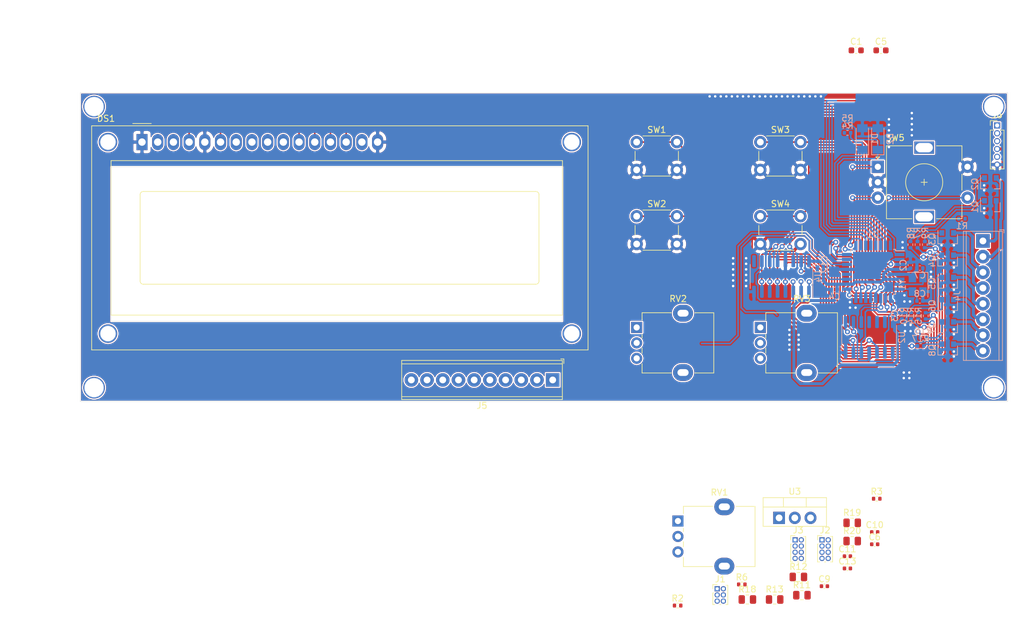
<source format=kicad_pcb>
(kicad_pcb (version 20171130) (host pcbnew 5.1.9-73d0e3b20d~88~ubuntu18.04.1)
  (layers (0 F.Cu signal) (31 B.Cu signal) (34 B.Paste user hide) (35 F.Paste user hide) (36 B.SilkS user hide) (37 F.SilkS user hide) (38 B.Mask user) (39 F.Mask user) (44 Edge.Cuts user))
  (net 0 "")
  (net 1 VIN)
  (net 2 GND)
  (net 3 VCC)
  (net 4 SW1)
  (net 5 SW2)
  (net 6 SW3)
  (net 7 SW4)
  (net 8 SW_ROT)
  (net 9 ROT_B)
  (net 10 ROT_A)
  (net 11 "Net-(DS1-Pad3)")
  (net 12 DISP_RS)
  (net 13 DISP_EN)
  (net 14 "Net-(DS1-Pad7)")
  (net 15 "Net-(DS1-Pad8)")
  (net 16 "Net-(DS1-Pad9)")
  (net 17 "Net-(DS1-Pad10)")
  (net 18 DISP_D4)
  (net 19 "Net-(DS1-Pad15)")
  (net 20 "Net-(C7-Pad2)")
  (net 21 POT_1)
  (net 22 POT_2)
  (net 23 SDA)
  (net 24 SCL)
  (net 25 RX)
  (net 26 TX)
  (net 27 DISP_D5\SHIFT_DATA)
  (net 28 DISP_D6\SHIFT_LATCH)
  (net 29 DISP_D7\SHIFT_CLOCK)
  (net 30 POT1_C)
  (net 31 POT1_B)
  (net 32 POT1_A)
  (net 33 POT2_A)
  (net 34 POT2_B)
  (net 35 POT2_C)
  (net 36 "Net-(U1-Pad20)")
  (net 37 SHIFT_ENABLE)
  (net 38 RST)
  (net 39 "Net-(C8-Pad2)")
  (net 40 "Net-(C13-Pad1)")
  (net 41 PTT_IN)
  (net 42 ALARM_IN)
  (net 43 Q1)
  (net 44 Q2)
  (net 45 Q3)
  (net 46 Q4)
  (net 47 Q5)
  (net 48 Q6)
  (net 49 Q7)
  (net 50 Q8)
  (net 51 PTT)
  (net 52 ALARM)
  (net 53 "Net-(Q1-Pad1)")
  (net 54 "Net-(Q2-Pad1)")
  (net 55 "Net-(Q3-Pad1)")
  (net 56 "Net-(Q4-Pad1)")
  (net 57 "Net-(Q5-Pad1)")
  (net 58 "Net-(Q6-Pad1)")
  (net 59 "Net-(Q7-Pad1)")
  (net 60 "Net-(Q8-Pad1)")
  (net 61 Q1_NPN)
  (net 62 Q2_NPN)
  (net 63 Q3_NPN)
  (net 64 Q4_NPN)
  (net 65 Q5_NPN)
  (net 66 Q6_NPN)
  (net 67 Q7_NPN)
  (net 68 Q8_NPN)
  (net 69 SHIFT_DATA)
  (net 70 SHIFT_LATCH)
  (net 71 SHIFT_CLOCK)
  (net 72 "Net-(U2-Pad11)")
  (net 73 "Net-(U2-Pad12)")
  (net 74 "Net-(U4-Pad9)")
  (net 75 "Net-(J6-Pad5)")
  (net 76 "Net-(U2-Pad13)")
  (net 77 "Net-(J5-Pad9)")
  (net 78 "Net-(J5-Pad10)")
  (module Rotary_Encoder:RotaryEncoder_Alps_EC11E-Switch_Vertical_H20mm (layer F.Cu) (at 259 123)
    (fp_text reference SW5 (at 2.8 -4.7) (layer F.SilkS))
    (fp_text value Rotary_Encoder_Switch)
    (pad S1 thru_hole circle (at 14.5 5) (size 2 2) (drill 1) (layers *.Cu *.Mask) (net 8 SW_ROT))
    (pad S2 thru_hole circle (at 14.5 0) (size 2 2) (drill 1) (layers *.Cu *.Mask) (net 2 GND))
    (pad MP thru_hole rect (at 7.5 8.1) (size 3.2 2) (drill oval 2.8 1.5) (layers *.Cu *.Mask))
    (pad MP thru_hole rect (at 7.5 -3.1) (size 3.2 2) (drill oval 2.8 1.5) (layers *.Cu *.Mask))
    (pad B thru_hole circle (at 0 5) (size 2 2) (drill 1) (layers *.Cu *.Mask) (net 9 ROT_B))
    (pad C thru_hole circle (at 0 2.5) (size 2 2) (drill 1) (layers *.Cu *.Mask) (net 2 GND))
    (pad A thru_hole rect (at 0 0) (size 2 2) (drill 1) (layers *.Cu *.Mask) (net 10 ROT_A))
  )
  (module Package_QFP:TQFP-32_7x7mm_P0.8mm (layer B.Cu) (at 258.25 140 180)
    (fp_text reference U1 (at 0 6.05) (layer B.SilkS) (effects (justify mirror)))
    (fp_text value ATmega328-AU)
    (pad 1 smd rect (at -4.25 2.8 180) (size 1.6 0.55) (layers B.Cu B.Paste B.Mask) (net 42 ALARM_IN))
    (pad 2 smd rect (at -4.25 2 180) (size 1.6 0.55) (layers B.Cu B.Paste B.Mask) (net 12 DISP_RS))
    (pad 3 smd rect (at -4.25 1.2 180) (size 1.6 0.55) (layers B.Cu B.Paste B.Mask) (net 2 GND))
    (pad 4 smd rect (at -4.25 0.4 180) (size 1.6 0.55) (layers B.Cu B.Paste B.Mask) (net 3 VCC))
    (pad 5 smd rect (at -4.25 -0.4 180) (size 1.6 0.55) (layers B.Cu B.Paste B.Mask) (net 2 GND))
    (pad 6 smd rect (at -4.25 -1.2 180) (size 1.6 0.55) (layers B.Cu B.Paste B.Mask) (net 3 VCC))
    (pad 7 smd rect (at -4.25 -2 180) (size 1.6 0.55) (layers B.Cu B.Paste B.Mask) (net 20 "Net-(C7-Pad2)"))
    (pad 8 smd rect (at -4.25 -2.8 180) (size 1.6 0.55) (layers B.Cu B.Paste B.Mask) (net 39 "Net-(C8-Pad2)"))
    (pad 9 smd rect (at -2.8 -4.25 90) (size 1.6 0.55) (layers B.Cu B.Paste B.Mask) (net 27 DISP_D5\SHIFT_DATA))
    (pad 10 smd rect (at -2 -4.25 90) (size 1.6 0.55) (layers B.Cu B.Paste B.Mask) (net 28 DISP_D6\SHIFT_LATCH))
    (pad 11 smd rect (at -1.2 -4.25 90) (size 1.6 0.55) (layers B.Cu B.Paste B.Mask) (net 29 DISP_D7\SHIFT_CLOCK))
    (pad 12 smd rect (at -0.4 -4.25 90) (size 1.6 0.55) (layers B.Cu B.Paste B.Mask) (net 8 SW_ROT))
    (pad 13 smd rect (at 0.4 -4.25 90) (size 1.6 0.55) (layers B.Cu B.Paste B.Mask) (net 6 SW3))
    (pad 14 smd rect (at 1.2 -4.25 90) (size 1.6 0.55) (layers B.Cu B.Paste B.Mask) (net 4 SW1))
    (pad 15 smd rect (at 2 -4.25 90) (size 1.6 0.55) (layers B.Cu B.Paste B.Mask) (net 5 SW2))
    (pad 16 smd rect (at 2.8 -4.25 90) (size 1.6 0.55) (layers B.Cu B.Paste B.Mask) (net 7 SW4))
    (pad 17 smd rect (at 4.25 -2.8 180) (size 1.6 0.55) (layers B.Cu B.Paste B.Mask) (net 13 DISP_EN))
    (pad 18 smd rect (at 4.25 -2 180) (size 1.6 0.55) (layers B.Cu B.Paste B.Mask) (net 3 VCC))
    (pad 19 smd rect (at 4.25 -1.2 180) (size 1.6 0.55) (layers B.Cu B.Paste B.Mask) (net 21 POT_1))
    (pad 20 smd rect (at 4.25 -0.4 180) (size 1.6 0.55) (layers B.Cu B.Paste B.Mask) (net 36 "Net-(U1-Pad20)"))
    (pad 21 smd rect (at 4.25 0.4 180) (size 1.6 0.55) (layers B.Cu B.Paste B.Mask) (net 2 GND))
    (pad 22 smd rect (at 4.25 1.2 180) (size 1.6 0.55) (layers B.Cu B.Paste B.Mask) (net 22 POT_2))
    (pad 23 smd rect (at 4.25 2 180) (size 1.6 0.55) (layers B.Cu B.Paste B.Mask) (net 37 SHIFT_ENABLE))
    (pad 24 smd rect (at 4.25 2.8 180) (size 1.6 0.55) (layers B.Cu B.Paste B.Mask) (net 18 DISP_D4))
    (pad 25 smd rect (at 2.8 4.25 90) (size 1.6 0.55) (layers B.Cu B.Paste B.Mask) (net 10 ROT_A))
    (pad 26 smd rect (at 2 4.25 90) (size 1.6 0.55) (layers B.Cu B.Paste B.Mask) (net 9 ROT_B))
    (pad 27 smd rect (at 1.2 4.25 90) (size 1.6 0.55) (layers B.Cu B.Paste B.Mask) (net 23 SDA))
    (pad 28 smd rect (at 0.4 4.25 90) (size 1.6 0.55) (layers B.Cu B.Paste B.Mask) (net 24 SCL))
    (pad 29 smd rect (at -0.4 4.25 90) (size 1.6 0.55) (layers B.Cu B.Paste B.Mask) (net 38 RST))
    (pad 30 smd rect (at -1.2 4.25 90) (size 1.6 0.55) (layers B.Cu B.Paste B.Mask) (net 25 RX))
    (pad 31 smd rect (at -2 4.25 90) (size 1.6 0.55) (layers B.Cu B.Paste B.Mask) (net 26 TX))
    (pad 32 smd rect (at -2.8 4.25 90) (size 1.6 0.55) (layers B.Cu B.Paste B.Mask) (net 41 PTT_IN))
  )
  (module Display:WC1602A (layer F.Cu) (at 140 119)
    (fp_text reference DS1 (at -5.82 -3.81) (layer F.SilkS))
    (fp_text value WC1602A)
    (pad 1 thru_hole rect (at 0 0) (size 1.8 2.6) (drill 1.2) (layers *.Cu *.Mask) (net 2 GND))
    (pad 2 thru_hole oval (at 2.54 0) (size 1.8 2.6) (drill 1.2) (layers *.Cu *.Mask) (net 3 VCC))
    (pad 3 thru_hole oval (at 5.08 0) (size 1.8 2.6) (drill 1.2) (layers *.Cu *.Mask) (net 11 "Net-(DS1-Pad3)"))
    (pad 4 thru_hole oval (at 7.62 0) (size 1.8 2.6) (drill 1.2) (layers *.Cu *.Mask) (net 12 DISP_RS))
    (pad 5 thru_hole oval (at 10.16 0) (size 1.8 2.6) (drill 1.2) (layers *.Cu *.Mask) (net 2 GND))
    (pad 6 thru_hole oval (at 12.7 0) (size 1.8 2.6) (drill 1.2) (layers *.Cu *.Mask) (net 13 DISP_EN))
    (pad 7 thru_hole oval (at 15.24 0) (size 1.8 2.6) (drill 1.2) (layers *.Cu *.Mask) (net 14 "Net-(DS1-Pad7)"))
    (pad 8 thru_hole oval (at 17.78 0) (size 1.8 2.6) (drill 1.2) (layers *.Cu *.Mask) (net 15 "Net-(DS1-Pad8)"))
    (pad 9 thru_hole oval (at 20.32 0) (size 1.8 2.6) (drill 1.2) (layers *.Cu *.Mask) (net 16 "Net-(DS1-Pad9)"))
    (pad 10 thru_hole oval (at 22.86 0) (size 1.8 2.6) (drill 1.2) (layers *.Cu *.Mask) (net 17 "Net-(DS1-Pad10)"))
    (pad 11 thru_hole oval (at 25.4 0) (size 1.8 2.6) (drill 1.2) (layers *.Cu *.Mask) (net 18 DISP_D4))
    (pad 12 thru_hole oval (at 27.94 0) (size 1.8 2.6) (drill 1.2) (layers *.Cu *.Mask) (net 27 DISP_D5\SHIFT_DATA))
    (pad 13 thru_hole oval (at 30.48 0) (size 1.8 2.6) (drill 1.2) (layers *.Cu *.Mask) (net 28 DISP_D6\SHIFT_LATCH))
    (pad 14 thru_hole oval (at 33.02 0) (size 1.8 2.6) (drill 1.2) (layers *.Cu *.Mask) (net 29 DISP_D7\SHIFT_CLOCK))
    (pad 15 thru_hole oval (at 35.56 0) (size 1.8 2.6) (drill 1.2) (layers *.Cu *.Mask) (net 19 "Net-(DS1-Pad15)"))
    (pad 16 thru_hole oval (at 38.1 0) (size 1.8 2.6) (drill 1.2) (layers *.Cu *.Mask) (net 2 GND))
    (pad "" thru_hole circle (at -5.4991 0) (size 3 3) (drill 2.5) (layers *.Cu *.Mask))
    (pad "" thru_hole circle (at -5.4991 31.0007) (size 3 3) (drill 2.5) (layers *.Cu *.Mask))
    (pad "" thru_hole circle (at 69.49948 31.0007) (size 3 3) (drill 2.5) (layers *.Cu *.Mask))
    (pad "" thru_hole circle (at 69.5 0) (size 3 3) (drill 2.5) (layers *.Cu *.Mask))
  )
  (module Button_Switch_THT:SW_PUSH_6mm (layer F.Cu) (at 220 119)
    (fp_text reference SW1 (at 3.25 -2) (layer F.SilkS))
    (fp_text value SW_Push)
    (pad 2 thru_hole circle (at 0 4.5 90) (size 2 2) (drill 1.1) (layers *.Cu *.Mask) (net 2 GND))
    (pad 1 thru_hole circle (at 0 0 90) (size 2 2) (drill 1.1) (layers *.Cu *.Mask) (net 4 SW1))
    (pad 2 thru_hole circle (at 6.5 4.5 90) (size 2 2) (drill 1.1) (layers *.Cu *.Mask) (net 2 GND))
    (pad 1 thru_hole circle (at 6.5 0 90) (size 2 2) (drill 1.1) (layers *.Cu *.Mask) (net 4 SW1))
  )
  (module Button_Switch_THT:SW_PUSH_6mm (layer F.Cu) (at 220 131)
    (fp_text reference SW2 (at 3.25 -2) (layer F.SilkS))
    (fp_text value SW_Push)
    (pad 1 thru_hole circle (at 6.5 0 90) (size 2 2) (drill 1.1) (layers *.Cu *.Mask) (net 5 SW2))
    (pad 2 thru_hole circle (at 6.5 4.5 90) (size 2 2) (drill 1.1) (layers *.Cu *.Mask) (net 2 GND))
    (pad 1 thru_hole circle (at 0 0 90) (size 2 2) (drill 1.1) (layers *.Cu *.Mask) (net 5 SW2))
    (pad 2 thru_hole circle (at 0 4.5 90) (size 2 2) (drill 1.1) (layers *.Cu *.Mask) (net 2 GND))
  )
  (module Button_Switch_THT:SW_PUSH_6mm (layer F.Cu) (at 240 119)
    (fp_text reference SW3 (at 3.25 -2) (layer F.SilkS))
    (fp_text value SW_Push)
    (pad 2 thru_hole circle (at 0 4.5 90) (size 2 2) (drill 1.1) (layers *.Cu *.Mask) (net 2 GND))
    (pad 1 thru_hole circle (at 0 0 90) (size 2 2) (drill 1.1) (layers *.Cu *.Mask) (net 6 SW3))
    (pad 2 thru_hole circle (at 6.5 4.5 90) (size 2 2) (drill 1.1) (layers *.Cu *.Mask) (net 2 GND))
    (pad 1 thru_hole circle (at 6.5 0 90) (size 2 2) (drill 1.1) (layers *.Cu *.Mask) (net 6 SW3))
  )
  (module Button_Switch_THT:SW_PUSH_6mm (layer F.Cu) (at 240 131)
    (fp_text reference SW4 (at 3.25 -2) (layer F.SilkS))
    (fp_text value SW_Push)
    (pad 1 thru_hole circle (at 6.5 0 90) (size 2 2) (drill 1.1) (layers *.Cu *.Mask) (net 7 SW4))
    (pad 2 thru_hole circle (at 6.5 4.5 90) (size 2 2) (drill 1.1) (layers *.Cu *.Mask) (net 2 GND))
    (pad 1 thru_hole circle (at 0 0 90) (size 2 2) (drill 1.1) (layers *.Cu *.Mask) (net 7 SW4))
    (pad 2 thru_hole circle (at 0 4.5 90) (size 2 2) (drill 1.1) (layers *.Cu *.Mask) (net 2 GND))
  )
  (module Potentiometer_THT:Potentiometer_Alpha_RD901F-40-00D_Single_Vertical (layer F.Cu) (at 220 149)
    (fp_text reference RV2 (at 6.71 -4.64 180) (layer F.SilkS))
    (fp_text value 10k)
    (pad "" thru_hole oval (at 7.5 -2.3 90) (size 2.72 3.24) (drill oval 1.1 1.8) (layers *.Cu *.Mask))
    (pad "" thru_hole oval (at 7.5 7.3 90) (size 2.72 3.24) (drill oval 1.1 1.8) (layers *.Cu *.Mask))
    (pad 3 thru_hole circle (at 0 5 90) (size 1.8 1.8) (drill 1) (layers *.Cu *.Mask) (net 30 POT1_C))
    (pad 2 thru_hole circle (at 0 2.5 90) (size 1.8 1.8) (drill 1) (layers *.Cu *.Mask) (net 31 POT1_B))
    (pad 1 thru_hole rect (at 0 0 90) (size 1.8 1.8) (drill 1) (layers *.Cu *.Mask) (net 32 POT1_A))
  )
  (module Potentiometer_THT:Potentiometer_Alpha_RD901F-40-00D_Single_Vertical (layer F.Cu) (at 240 149)
    (fp_text reference RV3 (at 6.71 -4.64 180) (layer F.SilkS))
    (fp_text value 10k)
    (pad 1 thru_hole rect (at 0 0 90) (size 1.8 1.8) (drill 1) (layers *.Cu *.Mask) (net 33 POT2_A))
    (pad 2 thru_hole circle (at 0 2.5 90) (size 1.8 1.8) (drill 1) (layers *.Cu *.Mask) (net 34 POT2_B))
    (pad 3 thru_hole circle (at 0 5 90) (size 1.8 1.8) (drill 1) (layers *.Cu *.Mask) (net 35 POT2_C))
    (pad "" thru_hole oval (at 7.5 7.3 90) (size 2.72 3.24) (drill oval 1.1 1.8) (layers *.Cu *.Mask))
    (pad "" thru_hole oval (at 7.5 -2.3 90) (size 2.72 3.24) (drill oval 1.1 1.8) (layers *.Cu *.Mask))
  )
  (module Capacitor_SMD:C_0402_1005Metric (layer B.Cu) (at 264.275 138.925 270)
    (fp_text reference C2 (at 0 1.16 90) (layer B.SilkS) (effects (justify mirror)))
    (fp_text value 100n)
    (pad 2 smd roundrect (at 0.48 0 270) (size 0.56 0.62) (layers B.Cu B.Paste B.Mask) (net 3 VCC))
    (pad 1 smd roundrect (at -0.48 0 270) (size 0.56 0.62) (layers B.Cu B.Paste B.Mask) (net 2 GND))
  )
  (module Capacitor_SMD:C_0402_1005Metric (layer B.Cu) (at 262.9 147.125 270)
    (fp_text reference C3 (at 0 1.16 90) (layer B.SilkS) (effects (justify mirror)))
    (fp_text value 100n)
    (pad 1 smd roundrect (at -0.48 0 270) (size 0.56 0.62) (layers B.Cu B.Paste B.Mask) (net 2 GND))
    (pad 2 smd roundrect (at 0.48 0 270) (size 0.56 0.62) (layers B.Cu B.Paste B.Mask) (net 3 VCC))
  )
  (module Capacitor_SMD:C_0402_1005Metric (layer B.Cu) (at 251.95 142.85)
    (fp_text reference C4 (at 0 1.16) (layer B.SilkS) (effects (justify mirror)))
    (fp_text value 100n)
    (pad 1 smd roundrect (at -0.48 0) (size 0.56 0.62) (layers B.Cu B.Paste B.Mask) (net 2 GND))
    (pad 2 smd roundrect (at 0.48 0) (size 0.56 0.62) (layers B.Cu B.Paste B.Mask) (net 3 VCC))
  )
  (module Capacitor_SMD:C_0402_1005Metric (layer B.Cu) (at 265.8 139.4)
    (fp_text reference C7 (at 0 1.16) (layer B.SilkS) (effects (justify mirror)))
    (fp_text value 18p)
    (pad 2 smd roundrect (at 0.48 0) (size 0.56 0.62) (layers B.Cu B.Paste B.Mask) (net 20 "Net-(C7-Pad2)"))
    (pad 1 smd roundrect (at -0.48 0) (size 0.56 0.62) (layers B.Cu B.Paste B.Mask) (net 2 GND))
  )
  (module Capacitor_SMD:C_0402_1005Metric (layer B.Cu) (at 265.8 144.7 180)
    (fp_text reference C8 (at 0 1.16) (layer B.SilkS) (effects (justify mirror)))
    (fp_text value 18p)
    (pad 1 smd roundrect (at -0.48 0 180) (size 0.56 0.62) (layers B.Cu B.Paste B.Mask) (net 2 GND))
    (pad 2 smd roundrect (at 0.48 0 180) (size 0.56 0.62) (layers B.Cu B.Paste B.Mask) (net 39 "Net-(C8-Pad2)"))
  )
  (module Capacitor_SMD:C_0402_1005Metric (layer B.Cu) (at 249.225 138.775 90)
    (fp_text reference C12 (at 0 1.16 90) (layer B.SilkS) (effects (justify mirror)))
    (fp_text value 100n)
    (pad 2 smd roundrect (at 0.48 0 90) (size 0.56 0.62) (layers B.Cu B.Paste B.Mask) (net 3 VCC))
    (pad 1 smd roundrect (at -0.48 0 90) (size 0.56 0.62) (layers B.Cu B.Paste B.Mask) (net 2 GND))
  )
  (module Package_TO_SOT_SMD:SOT-23 (layer B.Cu) (at 277.2 129.5 270)
    (fp_text reference Q1 (at 0 2.5 90) (layer B.SilkS) (effects (justify mirror)))
    (fp_text value S0805)
    (pad 1 smd rect (at -1 0.95 270) (size 0.9 0.8) (layers B.Cu B.Paste B.Mask) (net 53 "Net-(Q1-Pad1)"))
    (pad 2 smd rect (at -1 -0.95 270) (size 0.9 0.8) (layers B.Cu B.Paste B.Mask) (net 43 Q1))
    (pad 3 smd rect (at 1 0 270) (size 0.9 0.8) (layers B.Cu B.Paste B.Mask) (net 2 GND))
  )
  (module Package_TO_SOT_SMD:SOT-23 (layer B.Cu) (at 277.2 125.8 270)
    (fp_text reference Q2 (at 0 2.5 90) (layer B.SilkS) (effects (justify mirror)))
    (fp_text value S0805)
    (pad 3 smd rect (at 1 0 270) (size 0.9 0.8) (layers B.Cu B.Paste B.Mask) (net 2 GND))
    (pad 2 smd rect (at -1 -0.95 270) (size 0.9 0.8) (layers B.Cu B.Paste B.Mask) (net 44 Q2))
    (pad 1 smd rect (at -1 0.95 270) (size 0.9 0.8) (layers B.Cu B.Paste B.Mask) (net 54 "Net-(Q2-Pad1)"))
  )
  (module Package_TO_SOT_SMD:SOT-23 (layer B.Cu) (at 270.3 134.7 270)
    (fp_text reference Q3 (at 0 2.5 90) (layer B.SilkS) (effects (justify mirror)))
    (fp_text value S0805)
    (pad 1 smd rect (at -1 0.95 270) (size 0.9 0.8) (layers B.Cu B.Paste B.Mask) (net 55 "Net-(Q3-Pad1)"))
    (pad 2 smd rect (at -1 -0.95 270) (size 0.9 0.8) (layers B.Cu B.Paste B.Mask) (net 45 Q3))
    (pad 3 smd rect (at 1 0 270) (size 0.9 0.8) (layers B.Cu B.Paste B.Mask) (net 2 GND))
  )
  (module Package_TO_SOT_SMD:SOT-23 (layer B.Cu) (at 270.3 138.3 270)
    (fp_text reference Q4 (at 0 2.5 90) (layer B.SilkS) (effects (justify mirror)))
    (fp_text value S0805)
    (pad 3 smd rect (at 1 0 270) (size 0.9 0.8) (layers B.Cu B.Paste B.Mask) (net 2 GND))
    (pad 2 smd rect (at -1 -0.95 270) (size 0.9 0.8) (layers B.Cu B.Paste B.Mask) (net 46 Q4))
    (pad 1 smd rect (at -1 0.95 270) (size 0.9 0.8) (layers B.Cu B.Paste B.Mask) (net 56 "Net-(Q4-Pad1)"))
  )
  (module Package_TO_SOT_SMD:SOT-23 (layer B.Cu) (at 270.3 141.9 270)
    (fp_text reference Q5 (at 0 2.5 90) (layer B.SilkS) (effects (justify mirror)))
    (fp_text value S0805)
    (pad 1 smd rect (at -1 0.95 270) (size 0.9 0.8) (layers B.Cu B.Paste B.Mask) (net 57 "Net-(Q5-Pad1)"))
    (pad 2 smd rect (at -1 -0.95 270) (size 0.9 0.8) (layers B.Cu B.Paste B.Mask) (net 47 Q5))
    (pad 3 smd rect (at 1 0 270) (size 0.9 0.8) (layers B.Cu B.Paste B.Mask) (net 2 GND))
  )
  (module Package_TO_SOT_SMD:SOT-23 (layer B.Cu) (at 270.3 145.5 270)
    (fp_text reference Q6 (at 0 2.5 90) (layer B.SilkS) (effects (justify mirror)))
    (fp_text value S0805)
    (pad 1 smd rect (at -1 0.95 270) (size 0.9 0.8) (layers B.Cu B.Paste B.Mask) (net 58 "Net-(Q6-Pad1)"))
    (pad 2 smd rect (at -1 -0.95 270) (size 0.9 0.8) (layers B.Cu B.Paste B.Mask) (net 48 Q6))
    (pad 3 smd rect (at 1 0 270) (size 0.9 0.8) (layers B.Cu B.Paste B.Mask) (net 2 GND))
  )
  (module Package_TO_SOT_SMD:SOT-23 (layer B.Cu) (at 270.3 149.1 270)
    (fp_text reference Q7 (at 0 2.5 90) (layer B.SilkS) (effects (justify mirror)))
    (fp_text value S0805)
    (pad 3 smd rect (at 1 0 270) (size 0.9 0.8) (layers B.Cu B.Paste B.Mask) (net 2 GND))
    (pad 2 smd rect (at -1 -0.95 270) (size 0.9 0.8) (layers B.Cu B.Paste B.Mask) (net 49 Q7))
    (pad 1 smd rect (at -1 0.95 270) (size 0.9 0.8) (layers B.Cu B.Paste B.Mask) (net 59 "Net-(Q7-Pad1)"))
  )
  (module Resistor_SMD:R_0402_1005Metric (layer B.Cu) (at 265.525 147.125 270)
    (fp_text reference R14 (at 0 1.17 90) (layer B.SilkS) (effects (justify mirror)))
    (fp_text value 1k)
    (pad 2 smd roundrect (at 0.51 0 270) (size 0.54 0.64) (layers B.Cu B.Paste B.Mask) (net 65 Q5_NPN))
    (pad 1 smd roundrect (at -0.51 0 270) (size 0.54 0.64) (layers B.Cu B.Paste B.Mask) (net 57 "Net-(Q5-Pad1)"))
  )
  (module Resistor_SMD:R_0402_1005Metric (layer B.Cu) (at 266.75 147.125 270)
    (fp_text reference R15 (at 0 1.17 90) (layer B.SilkS) (effects (justify mirror)))
    (fp_text value 1k)
    (pad 2 smd roundrect (at 0.51 0 270) (size 0.54 0.64) (layers B.Cu B.Paste B.Mask) (net 66 Q6_NPN))
    (pad 1 smd roundrect (at -0.51 0 270) (size 0.54 0.64) (layers B.Cu B.Paste B.Mask) (net 58 "Net-(Q6-Pad1)"))
  )
  (module Resistor_SMD:R_0402_1005Metric (layer B.Cu) (at 266.35 150.675 180)
    (fp_text reference R16 (at 0 1.17) (layer B.SilkS) (effects (justify mirror)))
    (fp_text value 1k)
    (pad 1 smd roundrect (at -0.51 0 180) (size 0.54 0.64) (layers B.Cu B.Paste B.Mask) (net 59 "Net-(Q7-Pad1)"))
    (pad 2 smd roundrect (at 0.51 0 180) (size 0.54 0.64) (layers B.Cu B.Paste B.Mask) (net 67 Q7_NPN))
  )
  (module Resistor_SMD:R_0402_1005Metric (layer B.Cu) (at 265.925 152 180)
    (fp_text reference R17 (at 0 1.17) (layer B.SilkS) (effects (justify mirror)))
    (fp_text value 1k)
    (pad 1 smd roundrect (at -0.51 0 180) (size 0.54 0.64) (layers B.Cu B.Paste B.Mask) (net 60 "Net-(Q8-Pad1)"))
    (pad 2 smd roundrect (at 0.51 0 180) (size 0.54 0.64) (layers B.Cu B.Paste B.Mask) (net 68 Q8_NPN))
  )
  (module Package_SO:SOIC-16_3.9x9.9mm_P1.27mm (layer B.Cu) (at 243.425 140.75 90)
    (fp_text reference U4 (at 0 5.9 90) (layer B.SilkS) (effects (justify mirror)))
    (fp_text value 74HC595)
    (pad 1 smd roundrect (at -2.475 4.445 90) (size 1.95 0.6) (layers B.Cu B.Paste B.Mask) (net 62 Q2_NPN))
    (pad 2 smd roundrect (at -2.475 3.175 90) (size 1.95 0.6) (layers B.Cu B.Paste B.Mask) (net 61 Q1_NPN))
    (pad 3 smd roundrect (at -2.475 1.905 90) (size 1.95 0.6) (layers B.Cu B.Paste B.Mask) (net 63 Q3_NPN))
    (pad 4 smd roundrect (at -2.475 0.635 90) (size 1.95 0.6) (layers B.Cu B.Paste B.Mask) (net 65 Q5_NPN))
    (pad 5 smd roundrect (at -2.475 -0.635 90) (size 1.95 0.6) (layers B.Cu B.Paste B.Mask) (net 64 Q4_NPN))
    (pad 6 smd roundrect (at -2.475 -1.905 90) (size 1.95 0.6) (layers B.Cu B.Paste B.Mask) (net 67 Q7_NPN))
    (pad 7 smd roundrect (at -2.475 -3.175 90) (size 1.95 0.6) (layers B.Cu B.Paste B.Mask) (net 68 Q8_NPN))
    (pad 8 smd roundrect (at -2.475 -4.445 90) (size 1.95 0.6) (layers B.Cu B.Paste B.Mask) (net 2 GND))
    (pad 9 smd roundrect (at 2.475 -4.445 90) (size 1.95 0.6) (layers B.Cu B.Paste B.Mask) (net 74 "Net-(U4-Pad9)"))
    (pad 10 smd roundrect (at 2.475 -3.175 90) (size 1.95 0.6) (layers B.Cu B.Paste B.Mask) (net 3 VCC))
    (pad 11 smd roundrect (at 2.475 -1.905 90) (size 1.95 0.6) (layers B.Cu B.Paste B.Mask) (net 71 SHIFT_CLOCK))
    (pad 12 smd roundrect (at 2.475 -0.635 90) (size 1.95 0.6) (layers B.Cu B.Paste B.Mask) (net 70 SHIFT_LATCH))
    (pad 13 smd roundrect (at 2.475 0.635 90) (size 1.95 0.6) (layers B.Cu B.Paste B.Mask) (net 2 GND))
    (pad 14 smd roundrect (at 2.475 1.905 90) (size 1.95 0.6) (layers B.Cu B.Paste B.Mask) (net 69 SHIFT_DATA))
    (pad 15 smd roundrect (at 2.475 3.175 90) (size 1.95 0.6) (layers B.Cu B.Paste B.Mask) (net 66 Q6_NPN))
    (pad 16 smd roundrect (at 2.475 4.445 90) (size 1.95 0.6) (layers B.Cu B.Paste B.Mask) (net 3 VCC))
  )
  (module TerminalBlock_Phoenix:TerminalBlock_Phoenix_MPT-0,5-8-2.54_1x08_P2.54mm_Horizontal (layer B.Cu) (at 276 135 270)
    (fp_text reference J4 (at 8.89 4.16 270) (layer B.SilkS) (effects (justify mirror)))
    (fp_text value "NPN OUT")
    (pad 1 thru_hole rect (at 0 0 270) (size 2.2 2.2) (drill 1.1) (layers *.Cu *.Mask) (net 43 Q1))
    (pad 2 thru_hole circle (at 2.54 0 270) (size 2.2 2.2) (drill 1.1) (layers *.Cu *.Mask) (net 44 Q2))
    (pad 3 thru_hole circle (at 5.08 0 270) (size 2.2 2.2) (drill 1.1) (layers *.Cu *.Mask) (net 45 Q3))
    (pad 4 thru_hole circle (at 7.62 0 90) (size 2.2 2.2) (drill 1.1) (layers *.Cu *.Mask) (net 46 Q4))
    (pad 5 thru_hole circle (at 10.16 0 270) (size 2.2 2.2) (drill 1.1) (layers *.Cu *.Mask) (net 47 Q5))
    (pad 6 thru_hole circle (at 12.7 0 270) (size 2.2 2.2) (drill 1.1) (layers *.Cu *.Mask) (net 48 Q6))
    (pad 7 thru_hole circle (at 15.24 0 270) (size 2.2 2.2) (drill 1.1) (layers *.Cu *.Mask) (net 49 Q7))
    (pad 8 thru_hole circle (at 17.78 0 270) (size 2.2 2.2) (drill 1.1) (layers *.Cu *.Mask) (net 50 Q8))
  )
  (module TerminalBlock_Phoenix:TerminalBlock_Phoenix_MPT-0,5-10-2.54_1x10_P2.54mm_Horizontal (layer F.Cu) (at 206.42 157.5 180)
    (fp_text reference J5 (at 11.43 -4.16 180) (layer F.SilkS))
    (fp_text value "  ")
    (pad 1 thru_hole rect (at 0 0 180) (size 2.2 2.2) (drill 1.1) (layers *.Cu *.Mask) (net 33 POT2_A))
    (pad 2 thru_hole circle (at 2.54 0 180) (size 2.2 2.2) (drill 1.1) (layers *.Cu *.Mask) (net 34 POT2_B))
    (pad 3 thru_hole circle (at 5.08 0 180) (size 2.2 2.2) (drill 1.1) (layers *.Cu *.Mask) (net 35 POT2_C))
    (pad 4 thru_hole circle (at 7.62 0 180) (size 2.2 2.2) (drill 1.1) (layers *.Cu *.Mask) (net 32 POT1_A))
    (pad 5 thru_hole circle (at 10.16 0 180) (size 2.2 2.2) (drill 1.1) (layers *.Cu *.Mask) (net 31 POT1_B))
    (pad 6 thru_hole circle (at 12.7 0 180) (size 2.2 2.2) (drill 1.1) (layers *.Cu *.Mask) (net 30 POT1_C))
    (pad 7 thru_hole circle (at 15.24 0 180) (size 2.2 2.2) (drill 1.1) (layers *.Cu *.Mask) (net 51 PTT))
    (pad 8 thru_hole circle (at 17.78 0 180) (size 2.2 2.2) (drill 1.1) (layers *.Cu *.Mask) (net 52 ALARM))
    (pad 9 thru_hole circle (at 20.32 0 180) (size 2.2 2.2) (drill 1.1) (layers *.Cu *.Mask) (net 77 "Net-(J5-Pad9)"))
    (pad 10 thru_hole circle (at 22.86 0 180) (size 2.2 2.2) (drill 1.1) (layers *.Cu *.Mask) (net 78 "Net-(J5-Pad10)"))
  )
  (module Package_SO:SOIC-14_3.9x8.7mm_P1.27mm (layer B.Cu) (at 257.6 150.6 90)
    (fp_text reference U2 (at 0 5.28 90) (layer B.SilkS) (effects (justify mirror)))
    (fp_text value 74LS08)
    (pad 1 smd roundrect (at -2.475 3.81 90) (size 1.95 0.6) (layers B.Cu B.Paste B.Mask) (net 37 SHIFT_ENABLE))
    (pad 2 smd roundrect (at -2.475 2.54 90) (size 1.95 0.6) (layers B.Cu B.Paste B.Mask) (net 27 DISP_D5\SHIFT_DATA))
    (pad 3 smd roundrect (at -2.475 1.27 90) (size 1.95 0.6) (layers B.Cu B.Paste B.Mask) (net 69 SHIFT_DATA))
    (pad 4 smd roundrect (at -2.475 0 90) (size 1.95 0.6) (layers B.Cu B.Paste B.Mask) (net 37 SHIFT_ENABLE))
    (pad 5 smd roundrect (at -2.475 -1.27 90) (size 1.95 0.6) (layers B.Cu B.Paste B.Mask) (net 28 DISP_D6\SHIFT_LATCH))
    (pad 6 smd roundrect (at -2.475 -2.54 90) (size 1.95 0.6) (layers B.Cu B.Paste B.Mask) (net 70 SHIFT_LATCH))
    (pad 7 smd roundrect (at -2.475 -3.81 90) (size 1.95 0.6) (layers B.Cu B.Paste B.Mask) (net 2 GND))
    (pad 8 smd roundrect (at 2.475 -3.81 90) (size 1.95 0.6) (layers B.Cu B.Paste B.Mask) (net 71 SHIFT_CLOCK))
    (pad 9 smd roundrect (at 2.475 -2.54 90) (size 1.95 0.6) (layers B.Cu B.Paste B.Mask) (net 37 SHIFT_ENABLE))
    (pad 10 smd roundrect (at 2.475 -1.27 90) (size 1.95 0.6) (layers B.Cu B.Paste B.Mask) (net 29 DISP_D7\SHIFT_CLOCK))
    (pad 11 smd roundrect (at 2.475 0 90) (size 1.95 0.6) (layers B.Cu B.Paste B.Mask) (net 72 "Net-(U2-Pad11)"))
    (pad 12 smd roundrect (at 2.475 1.27 90) (size 1.95 0.6) (layers B.Cu B.Paste B.Mask) (net 73 "Net-(U2-Pad12)"))
    (pad 13 smd roundrect (at 2.475 2.54 90) (size 1.95 0.6) (layers B.Cu B.Paste B.Mask) (net 76 "Net-(U2-Pad13)"))
    (pad 14 smd roundrect (at 2.475 3.81 90) (size 1.95 0.6) (layers B.Cu B.Paste B.Mask) (net 3 VCC))
  )
  (module Crystal:Crystal_SMD_3225-4Pin_3.2x2.5mm (layer B.Cu) (at 265.45 142.1 270)
    (fp_text reference Y1 (at 0 2.45 90) (layer B.SilkS) (effects (justify mirror)))
    (fp_text value 16MHz)
    (pad 1 smd rect (at -1.1 -0.85 270) (size 1.4 1.2) (layers B.Cu B.Paste B.Mask) (net 20 "Net-(C7-Pad2)"))
    (pad 2 smd rect (at 1.1 -0.85 270) (size 1.4 1.2) (layers B.Cu B.Paste B.Mask) (net 2 GND))
    (pad 3 smd rect (at 1.1 0.85 270) (size 1.4 1.2) (layers B.Cu B.Paste B.Mask) (net 39 "Net-(C8-Pad2)"))
    (pad 4 smd rect (at -1.1 0.85 270) (size 1.4 1.2) (layers B.Cu B.Paste B.Mask) (net 2 GND))
  )
  (module Package_TO_SOT_SMD:SOT-23 (layer B.Cu) (at 270.3 152.7 270)
    (fp_text reference Q8 (at 0 2.5 270) (layer B.SilkS) (effects (justify mirror)))
    (fp_text value S0805)
    (pad 1 smd rect (at -1 0.95 270) (size 0.9 0.8) (layers B.Cu B.Paste B.Mask) (net 60 "Net-(Q8-Pad1)"))
    (pad 2 smd rect (at -1 -0.95 270) (size 0.9 0.8) (layers B.Cu B.Paste B.Mask) (net 50 Q8))
    (pad 3 smd rect (at 1 0 270) (size 0.9 0.8) (layers B.Cu B.Paste B.Mask) (net 2 GND))
  )
  (module Resistor_SMD:R_0402_1005Metric (layer B.Cu) (at 265.425 135.6 270)
    (fp_text reference R7 (at -1.9 0.025 90) (layer B.SilkS) (effects (justify mirror)))
    (fp_text value 1k)
    (pad 1 smd roundrect (at -0.51 0 270) (size 0.54 0.64) (layers B.Cu B.Paste B.Mask) (net 53 "Net-(Q1-Pad1)"))
    (pad 2 smd roundrect (at 0.51 0 270) (size 0.54 0.64) (layers B.Cu B.Paste B.Mask) (net 61 Q1_NPN))
  )
  (module Resistor_SMD:R_0402_1005Metric (layer B.Cu) (at 264.275 135.6 270)
    (fp_text reference R8 (at -1.9 -0.025 90) (layer B.SilkS) (effects (justify mirror)))
    (fp_text value 1k)
    (pad 2 smd roundrect (at 0.51 0 270) (size 0.54 0.64) (layers B.Cu B.Paste B.Mask) (net 62 Q2_NPN))
    (pad 1 smd roundrect (at -0.51 0 270) (size 0.54 0.64) (layers B.Cu B.Paste B.Mask) (net 54 "Net-(Q2-Pad1)"))
  )
  (module Resistor_SMD:R_0402_1005Metric (layer B.Cu) (at 266.6 135.6 270)
    (fp_text reference R9 (at -1.9 -0.05 90) (layer B.SilkS) (effects (justify mirror)))
    (fp_text value 1k)
    (pad 1 smd roundrect (at -0.51 0 270) (size 0.54 0.64) (layers B.Cu B.Paste B.Mask) (net 55 "Net-(Q3-Pad1)"))
    (pad 2 smd roundrect (at 0.51 0 270) (size 0.54 0.64) (layers B.Cu B.Paste B.Mask) (net 63 Q3_NPN))
  )
  (module Resistor_SMD:R_0402_1005Metric (layer B.Cu) (at 264.375 147.1 270)
    (fp_text reference R10 (at 0 1.17 90) (layer B.SilkS) (effects (justify mirror)))
    (fp_text value 1k)
    (pad 1 smd roundrect (at -0.51 0 270) (size 0.54 0.64) (layers B.Cu B.Paste B.Mask) (net 56 "Net-(Q4-Pad1)"))
    (pad 2 smd roundrect (at 0.51 0 270) (size 0.54 0.64) (layers B.Cu B.Paste B.Mask) (net 64 Q4_NPN))
  )
  (module Capacitor_SMD:C_0402_1005Metric (layer F.Cu) (at 258.495001 184.095001)
    (fp_text reference C6 (at 0 -1.16) (layer F.SilkS))
    (fp_text value 100n)
    (pad 2 smd roundrect (at 0.48 0) (size 0.56 0.62) (layers F.Cu F.Paste F.Mask) (net 3 VCC))
    (pad 1 smd roundrect (at -0.48 0) (size 0.56 0.62) (layers F.Cu F.Paste F.Mask) (net 2 GND))
  )
  (module Capacitor_SMD:C_0402_1005Metric (layer F.Cu) (at 250.365001 190.885001)
    (fp_text reference C9 (at 0 -1.16) (layer F.SilkS))
    (fp_text value 100n)
    (pad 1 smd roundrect (at -0.48 0) (size 0.56 0.62) (layers F.Cu F.Paste F.Mask) (net 2 GND))
    (pad 2 smd roundrect (at 0.48 0) (size 0.56 0.62) (layers F.Cu F.Paste F.Mask) (net 9 ROT_B))
  )
  (module Capacitor_SMD:C_0402_1005Metric (layer F.Cu) (at 258.495001 182.125001)
    (fp_text reference C10 (at 0 -1.16) (layer F.SilkS))
    (fp_text value 100n)
    (pad 1 smd roundrect (at -0.48 0) (size 0.56 0.62) (layers F.Cu F.Paste F.Mask) (net 2 GND))
    (pad 2 smd roundrect (at 0.48 0) (size 0.56 0.62) (layers F.Cu F.Paste F.Mask) (net 3 VCC))
  )
  (module Capacitor_SMD:C_0402_1005Metric (layer F.Cu) (at 254.085001 186.035001)
    (fp_text reference C11 (at 0 -1.16) (layer F.SilkS))
    (fp_text value 100n)
    (pad 2 smd roundrect (at 0.48 0) (size 0.56 0.62) (layers F.Cu F.Paste F.Mask) (net 10 ROT_A))
    (pad 1 smd roundrect (at -0.48 0) (size 0.56 0.62) (layers F.Cu F.Paste F.Mask) (net 2 GND))
  )
  (module Capacitor_SMD:C_0402_1005Metric (layer F.Cu) (at 254.085001 188.005001)
    (fp_text reference C13 (at 0 -1.16) (layer F.SilkS))
    (fp_text value 100n)
    (pad 1 smd roundrect (at -0.48 0) (size 0.56 0.62) (layers F.Cu F.Paste F.Mask) (net 40 "Net-(C13-Pad1)"))
    (pad 2 smd roundrect (at 0.48 0) (size 0.56 0.62) (layers F.Cu F.Paste F.Mask) (net 38 RST))
  )
  (module Diode_SMD:D_MiniMELF (layer B.Cu) (at 256.5 118.5 90)
    (fp_text reference D1 (at 0 2 90) (layer B.SilkS) (effects (justify mirror)))
    (fp_text value 4V7)
    (pad 2 smd rect (at 1.75 0 90) (size 1.3 1.7) (layers B.Cu B.Paste B.Mask) (net 2 GND))
    (pad 1 smd rect (at -1.75 0 90) (size 1.3 1.7) (layers B.Cu B.Paste B.Mask) (net 41 PTT_IN))
  )
  (module Diode_SMD:D_MiniMELF (layer B.Cu) (at 259 118.5 90)
    (fp_text reference D2 (at 0 2 270) (layer B.SilkS) (effects (justify mirror)))
    (fp_text value 4V7)
    (pad 1 smd rect (at -1.75 0 90) (size 1.3 1.7) (layers B.Cu B.Paste B.Mask) (net 42 ALARM_IN))
    (pad 2 smd rect (at 1.75 0 90) (size 1.3 1.7) (layers B.Cu B.Paste B.Mask) (net 2 GND))
  )
  (module Connector_PinHeader_1.00mm:PinHeader_2x03_P1.00mm_Vertical (layer F.Cu) (at 233.025001 191.295001)
    (fp_text reference J1 (at 0.5 -1.56) (layer F.SilkS))
    (fp_text value ICSP)
    (pad 1 thru_hole rect (at 0 0) (size 0.85 0.85) (drill 0.5) (layers *.Cu *.Mask) (net 7 SW4))
    (pad 2 thru_hole oval (at 1 0) (size 0.85 0.85) (drill 0.5) (layers *.Cu *.Mask) (net 3 VCC))
    (pad 3 thru_hole oval (at 0 1) (size 0.85 0.85) (drill 0.5) (layers *.Cu *.Mask) (net 13 DISP_EN))
    (pad 4 thru_hole oval (at 1 1) (size 0.85 0.85) (drill 0.5) (layers *.Cu *.Mask) (net 5 SW2))
    (pad 5 thru_hole oval (at 0 2) (size 0.85 0.85) (drill 0.5) (layers *.Cu *.Mask) (net 38 RST))
    (pad 6 thru_hole oval (at 1 2) (size 0.85 0.85) (drill 0.5) (layers *.Cu *.Mask) (net 2 GND))
  )
  (module Connector_PinHeader_1.00mm:PinHeader_2x04_P1.00mm_Vertical (layer F.Cu) (at 249.975001 183.385001)
    (fp_text reference J2 (at 0.5 -1.56) (layer F.SilkS))
    (fp_text value I2C)
    (pad 8 thru_hole oval (at 1 3) (size 0.85 0.85) (drill 0.5) (layers *.Cu *.Mask) (net 23 SDA))
    (pad 7 thru_hole oval (at 0 3) (size 0.85 0.85) (drill 0.5) (layers *.Cu *.Mask) (net 24 SCL))
    (pad 6 thru_hole oval (at 1 2) (size 0.85 0.85) (drill 0.5) (layers *.Cu *.Mask) (net 23 SDA))
    (pad 5 thru_hole oval (at 0 2) (size 0.85 0.85) (drill 0.5) (layers *.Cu *.Mask) (net 24 SCL))
    (pad 4 thru_hole oval (at 1 1) (size 0.85 0.85) (drill 0.5) (layers *.Cu *.Mask) (net 23 SDA))
    (pad 3 thru_hole oval (at 0 1) (size 0.85 0.85) (drill 0.5) (layers *.Cu *.Mask) (net 24 SCL))
    (pad 2 thru_hole oval (at 1 0) (size 0.85 0.85) (drill 0.5) (layers *.Cu *.Mask) (net 23 SDA))
    (pad 1 thru_hole rect (at 0 0) (size 0.85 0.85) (drill 0.5) (layers *.Cu *.Mask) (net 24 SCL))
  )
  (module Connector_PinHeader_1.00mm:PinHeader_2x04_P1.00mm_Vertical (layer F.Cu) (at 245.625001 183.385001)
    (fp_text reference J3 (at 0.5 -1.56) (layer F.SilkS))
    (fp_text value VCC)
    (pad 1 thru_hole rect (at 0 0) (size 0.85 0.85) (drill 0.5) (layers *.Cu *.Mask) (net 2 GND))
    (pad 2 thru_hole oval (at 1 0) (size 0.85 0.85) (drill 0.5) (layers *.Cu *.Mask) (net 3 VCC))
    (pad 3 thru_hole oval (at 0 1) (size 0.85 0.85) (drill 0.5) (layers *.Cu *.Mask) (net 2 GND))
    (pad 4 thru_hole oval (at 1 1) (size 0.85 0.85) (drill 0.5) (layers *.Cu *.Mask) (net 3 VCC))
    (pad 5 thru_hole oval (at 0 2) (size 0.85 0.85) (drill 0.5) (layers *.Cu *.Mask) (net 2 GND))
    (pad 6 thru_hole oval (at 1 2) (size 0.85 0.85) (drill 0.5) (layers *.Cu *.Mask) (net 3 VCC))
    (pad 7 thru_hole oval (at 0 3) (size 0.85 0.85) (drill 0.5) (layers *.Cu *.Mask) (net 2 GND))
    (pad 8 thru_hole oval (at 1 3) (size 0.85 0.85) (drill 0.5) (layers *.Cu *.Mask) (net 3 VCC))
  )
  (module Connector_PinHeader_1.27mm:PinHeader_1x06_P1.27mm_Vertical (layer F.Cu) (at 278.3 116.3)
    (fp_text reference J6 (at 0 -1.695) (layer F.SilkS))
    (fp_text value UART_PROG)
    (pad 1 thru_hole rect (at 0 0) (size 1 1) (drill 0.65) (layers *.Cu *.Mask) (net 40 "Net-(C13-Pad1)"))
    (pad 2 thru_hole oval (at 0 1.27) (size 1 1) (drill 0.65) (layers *.Cu *.Mask) (net 26 TX))
    (pad 3 thru_hole oval (at 0 2.54) (size 1 1) (drill 0.65) (layers *.Cu *.Mask) (net 25 RX))
    (pad 4 thru_hole oval (at 0 3.81) (size 1 1) (drill 0.65) (layers *.Cu *.Mask) (net 3 VCC))
    (pad 5 thru_hole oval (at 0 5.08) (size 1 1) (drill 0.65) (layers *.Cu *.Mask) (net 75 "Net-(J6-Pad5)"))
    (pad 6 thru_hole oval (at 0 6.35) (size 1 1) (drill 0.65) (layers *.Cu *.Mask) (net 2 GND))
  )
  (module Resistor_SMD:R_0402_1005Metric (layer B.Cu) (at 272.6 131.4)
    (fp_text reference R1 (at 0 1.17) (layer B.SilkS) (effects (justify mirror)))
    (fp_text value 10k)
    (pad 2 smd roundrect (at 0.51 0) (size 0.54 0.64) (layers B.Cu B.Paste B.Mask) (net 38 RST))
    (pad 1 smd roundrect (at -0.51 0) (size 0.54 0.64) (layers B.Cu B.Paste B.Mask) (net 3 VCC))
  )
  (module Resistor_SMD:R_0402_1005Metric (layer B.Cu) (at 254.1 117.5 180)
    (fp_text reference R4 (at 0 1.17) (layer B.SilkS) (effects (justify mirror)))
    (fp_text value 100R)
    (pad 1 smd roundrect (at -0.51 0 180) (size 0.54 0.64) (layers B.Cu B.Paste B.Mask) (net 41 PTT_IN))
    (pad 2 smd roundrect (at 0.51 0 180) (size 0.54 0.64) (layers B.Cu B.Paste B.Mask) (net 51 PTT))
  )
  (module Resistor_SMD:R_0805_2012Metric (layer F.Cu) (at 246.725001 192.335001)
    (fp_text reference R11 (at 0 -1.65) (layer F.SilkS))
    (fp_text value 0R)
    (pad 1 smd roundrect (at -0.9125 0) (size 1.025 1.4) (layers F.Cu F.Paste F.Mask) (roundrect_rratio 0.243902) (net 3 VCC))
    (pad 2 smd roundrect (at 0.9125 0) (size 1.025 1.4) (layers F.Cu F.Paste F.Mask) (roundrect_rratio 0.243902) (net 32 POT1_A))
  )
  (module Resistor_SMD:R_0805_2012Metric (layer F.Cu) (at 246.155001 189.385001)
    (fp_text reference R12 (at 0 -1.65) (layer F.SilkS))
    (fp_text value 0R)
    (pad 2 smd roundrect (at 0.9125 0) (size 1.025 1.4) (layers F.Cu F.Paste F.Mask) (roundrect_rratio 0.243902) (net 30 POT1_C))
    (pad 1 smd roundrect (at -0.9125 0) (size 1.025 1.4) (layers F.Cu F.Paste F.Mask) (roundrect_rratio 0.243902) (net 2 GND))
  )
  (module Resistor_SMD:R_0805_2012Metric (layer F.Cu) (at 242.315001 193.035001)
    (fp_text reference R13 (at 0 -1.65) (layer F.SilkS))
    (fp_text value 0R)
    (pad 2 smd roundrect (at 0.9125 0) (size 1.025 1.4) (layers F.Cu F.Paste F.Mask) (roundrect_rratio 0.243902) (net 31 POT1_B))
    (pad 1 smd roundrect (at -0.9125 0) (size 1.025 1.4) (layers F.Cu F.Paste F.Mask) (roundrect_rratio 0.243902) (net 21 POT_1))
  )
  (module Resistor_SMD:R_0805_2012Metric (layer F.Cu) (at 237.905001 193.035001)
    (fp_text reference R18 (at 0 -1.65) (layer F.SilkS))
    (fp_text value 0R)
    (pad 1 smd roundrect (at -0.9125 0) (size 1.025 1.4) (layers F.Cu F.Paste F.Mask) (roundrect_rratio 0.243902) (net 3 VCC))
    (pad 2 smd roundrect (at 0.9125 0) (size 1.025 1.4) (layers F.Cu F.Paste F.Mask) (roundrect_rratio 0.243902) (net 33 POT2_A))
  )
  (module Resistor_SMD:R_0805_2012Metric (layer F.Cu) (at 254.855001 180.625001)
    (fp_text reference R19 (at 0 -1.65) (layer F.SilkS))
    (fp_text value 0R)
    (pad 2 smd roundrect (at 0.9125 0) (size 1.025 1.4) (layers F.Cu F.Paste F.Mask) (roundrect_rratio 0.243902) (net 35 POT2_C))
    (pad 1 smd roundrect (at -0.9125 0) (size 1.025 1.4) (layers F.Cu F.Paste F.Mask) (roundrect_rratio 0.243902) (net 2 GND))
  )
  (module Resistor_SMD:R_0805_2012Metric (layer F.Cu) (at 254.855001 183.575001)
    (fp_text reference R20 (at 0 -1.65) (layer F.SilkS))
    (fp_text value 0R)
    (pad 1 smd roundrect (at -0.9125 0) (size 1.025 1.4) (layers F.Cu F.Paste F.Mask) (roundrect_rratio 0.243902) (net 22 POT_2))
    (pad 2 smd roundrect (at 0.9125 0) (size 1.025 1.4) (layers F.Cu F.Paste F.Mask) (roundrect_rratio 0.243902) (net 34 POT2_B))
  )
  (module Potentiometer_THT:Potentiometer_Alpha_RD901F-40-00D_Single_Vertical (layer F.Cu) (at 226.675001 180.335001)
    (fp_text reference RV1 (at 6.71 -4.64 180) (layer F.SilkS))
    (fp_text value 10k)
    (pad 1 thru_hole rect (at 0 0 90) (size 1.8 1.8) (drill 1) (layers *.Cu *.Mask) (net 3 VCC))
    (pad 2 thru_hole circle (at 0 2.5 90) (size 1.8 1.8) (drill 1) (layers *.Cu *.Mask) (net 11 "Net-(DS1-Pad3)"))
    (pad 3 thru_hole circle (at 0 5 90) (size 1.8 1.8) (drill 1) (layers *.Cu *.Mask) (net 2 GND))
    (pad "" thru_hole oval (at 7.5 7.3 90) (size 2.72 3.24) (drill oval 1.1 1.8) (layers *.Cu *.Mask))
    (pad "" thru_hole oval (at 7.5 -2.3 90) (size 2.72 3.24) (drill oval 1.1 1.8) (layers *.Cu *.Mask))
  )
  (module Package_TO_SOT_THT:TO-220-3_Vertical (layer F.Cu) (at 243.035001 179.825001)
    (fp_text reference U3 (at 2.54 -4.27) (layer F.SilkS))
    (fp_text value L7805)
    (pad 1 thru_hole rect (at 0 0) (size 1.905 2) (drill 1.1) (layers *.Cu *.Mask) (net 1 VIN))
    (pad 2 thru_hole oval (at 2.54 0) (size 1.905 2) (drill 1.1) (layers *.Cu *.Mask) (net 2 GND))
    (pad 3 thru_hole oval (at 5.08 0) (size 1.905 2) (drill 1.1) (layers *.Cu *.Mask) (net 3 VCC))
  )
  (module Capacitor_SMD:C_0603_1608Metric (layer F.Cu) (at 255.505001 104.155001)
    (fp_text reference C1 (at 0 -1.43) (layer F.SilkS))
    (fp_text value 22u)
    (pad 1 smd roundrect (at -0.775 0) (size 0.9 0.95) (layers F.Cu F.Paste F.Mask) (net 1 VIN))
    (pad 2 smd roundrect (at 0.775 0) (size 0.9 0.95) (layers F.Cu F.Paste F.Mask) (net 2 GND))
  )
  (module Capacitor_SMD:C_0603_1608Metric (layer F.Cu) (at 259.515001 104.155001)
    (fp_text reference C5 (at 0 -1.43) (layer F.SilkS))
    (fp_text value 22u)
    (pad 2 smd roundrect (at 0.775 0) (size 0.9 0.95) (layers F.Cu F.Paste F.Mask) (net 2 GND))
    (pad 1 smd roundrect (at -0.775 0) (size 0.9 0.95) (layers F.Cu F.Paste F.Mask) (net 3 VCC))
  )
  (module Resistor_SMD:R_0402_1005Metric (layer F.Cu) (at 226.625001 194.015001)
    (fp_text reference R2 (at 0 -1.17) (layer F.SilkS))
    (fp_text value 1k)
    (pad 1 smd roundrect (at -0.51 0) (size 0.54 0.64) (layers F.Cu F.Paste F.Mask) (net 23 SDA))
    (pad 2 smd roundrect (at 0.51 0) (size 0.54 0.64) (layers F.Cu F.Paste F.Mask) (net 3 VCC))
  )
  (module Resistor_SMD:R_0402_1005Metric (layer F.Cu) (at 258.825001 176.725001)
    (fp_text reference R3 (at 0 -1.17) (layer F.SilkS))
    (fp_text value 1k)
    (pad 2 smd roundrect (at 0.51 0) (size 0.54 0.64) (layers F.Cu F.Paste F.Mask) (net 3 VCC))
    (pad 1 smd roundrect (at -0.51 0) (size 0.54 0.64) (layers F.Cu F.Paste F.Mask) (net 24 SCL))
  )
  (module Resistor_SMD:R_0402_1005Metric (layer B.Cu) (at 254.1 116.3 180)
    (fp_text reference R5 (at 0 1.17) (layer B.SilkS) (effects (justify mirror)))
    (fp_text value 100R)
    (pad 1 smd roundrect (at -0.51 0 180) (size 0.54 0.64) (layers B.Cu B.Paste B.Mask) (net 42 ALARM_IN))
    (pad 2 smd roundrect (at 0.51 0 180) (size 0.54 0.64) (layers B.Cu B.Paste B.Mask) (net 52 ALARM))
  )
  (module Resistor_SMD:R_0402_1005Metric (layer F.Cu) (at 237.005001 190.595001)
    (fp_text reference R6 (at 0 -1.17) (layer F.SilkS))
    (fp_text value "220R 1/8W")
    (pad 2 smd roundrect (at 0.51 0) (size 0.54 0.64) (layers F.Cu F.Paste F.Mask) (net 19 "Net-(DS1-Pad15)"))
    (pad 1 smd roundrect (at -0.51 0) (size 0.54 0.64) (layers F.Cu F.Paste F.Mask) (net 3 VCC))
  )
  (gr_line (start 280 161) (end 280 111) (layer Edge.Cuts) (width 0.05))
  (gr_line (start 130 161) (end 280 161) (layer Edge.Cuts) (width 0.05))
  (gr_line (start 130 111) (end 280 111) (layer Edge.Cuts) (width 0.05))
  (gr_line (start 208 123) (end 135 123) (layer Edge.Cuts) (width 0.05))
  (gr_line (start 208 148) (end 208 123) (layer Edge.Cuts) (width 0.05))
  (gr_line (start 135 148) (end 208 148) (layer Edge.Cuts) (width 0.05))
  (gr_line (start 135 123) (end 135 148) (layer Edge.Cuts) (width 0.05))
  (gr_line (start 130 111) (end 130 161) (layer Edge.Cuts) (width 0.05))
  (via (at 277.75 113.25) (size 3.5) (drill 3.1) (layers F.Cu B.Cu) (net 0))
  (via (at 277.75 158.75) (size 3.5) (drill 3.1) (layers F.Cu B.Cu) (net 0))
  (via (at 132.25 158.75) (size 3.5) (drill 3.1) (layers F.Cu B.Cu) (net 0))
  (via (at 132.25 113.25) (size 3.5) (drill 3.1) (layers F.Cu B.Cu) (net 0))
  (via (at 246.575 141.575) (size 0.8) (drill 0.4) (layers F.Cu B.Cu) (net 61))
  (segment (start 246.5 141.625) (end 246.525 141.625) (width 0.25) (layer F.Cu) (net 61))
  (segment (start 246.525 141.625) (end 246.575 141.575) (width 0.25) (layer F.Cu) (net 61))
  (via (at 245.3 141.6) (size 0.8) (drill 0.4) (layers F.Cu B.Cu) (net 63))
  (via (at 242.775 141.6) (size 0.8) (drill 0.4) (layers F.Cu B.Cu) (net 64))
  (via (at 263.3 143.8) (size 0.8) (drill 0.4) (layers F.Cu B.Cu) (net 2))
  (via (at 263.3 144.8) (size 0.8) (drill 0.4) (layers F.Cu B.Cu) (net 2))
  (via (at 264.2 144.8) (size 0.8) (drill 0.4) (layers F.Cu B.Cu) (net 2))
  (via (at 267.6 141.6) (size 0.8) (drill 0.4) (layers F.Cu B.Cu) (net 2))
  (via (at 267.6 140.8) (size 0.8) (drill 0.4) (layers F.Cu B.Cu) (net 2))
  (via (at 267.6 140) (size 0.8) (drill 0.4) (layers F.Cu B.Cu) (net 2))
  (via (at 271.3 135.7) (size 0.8) (drill 0.4) (layers F.Cu B.Cu) (net 2))
  (via (at 269.3 135.7) (size 0.8) (drill 0.4) (layers F.Cu B.Cu) (net 2))
  (via (at 271.3 139.3) (size 0.8) (drill 0.4) (layers F.Cu B.Cu) (net 2))
  (via (at 271.3 138.5) (size 0.8) (drill 0.4) (layers F.Cu B.Cu) (net 2))
  (via (at 271.3 142.9) (size 0.8) (drill 0.4) (layers F.Cu B.Cu) (net 2))
  (via (at 271.3 142.1) (size 0.8) (drill 0.4) (layers F.Cu B.Cu) (net 2))
  (via (at 271.3 146.5) (size 0.8) (drill 0.4) (layers F.Cu B.Cu) (net 2))
  (via (at 271.3 145.7) (size 0.8) (drill 0.4) (layers F.Cu B.Cu) (net 2))
  (via (at 271.3 153.7) (size 0.8) (drill 0.4) (layers F.Cu B.Cu) (net 2))
  (via (at 271.3 152.9) (size 0.8) (drill 0.4) (layers F.Cu B.Cu) (net 2))
  (via (at 271.3 150.1) (size 0.8) (drill 0.4) (layers F.Cu B.Cu) (net 2))
  (via (at 271.3 149.3) (size 0.8) (drill 0.4) (layers F.Cu B.Cu) (net 2))
  (via (at 276.2 130.5) (size 0.8) (drill 0.4) (layers F.Cu B.Cu) (net 2))
  (via (at 276.2 129.7) (size 0.8) (drill 0.4) (layers F.Cu B.Cu) (net 2))
  (via (at 276.2 126.8) (size 0.8) (drill 0.4) (layers F.Cu B.Cu) (net 2))
  (via (at 276.2 126) (size 0.8) (drill 0.4) (layers F.Cu B.Cu) (net 2))
  (segment (start 263.585002 138.8) (end 262.5 138.8) (width 0.5) (layer B.Cu) (net 2))
  (segment (start 263.940002 138.445) (end 263.585002 138.8) (width 0.5) (layer B.Cu) (net 2))
  (segment (start 264.275 138.445) (end 263.940002 138.445) (width 0.5) (layer B.Cu) (net 2))
  (segment (start 264.6 140.43) (end 264.6 141) (width 0.5) (layer B.Cu) (net 2))
  (segment (start 265.32 139.71) (end 264.6 140.43) (width 0.5) (layer B.Cu) (net 2))
  (segment (start 265.32 139.4) (end 265.32 139.71) (width 0.5) (layer B.Cu) (net 2))
  (via (at 263 136.1) (size 0.8) (drill 0.4) (layers F.Cu B.Cu) (net 2))
  (via (at 263 135.2) (size 0.8) (drill 0.4) (layers F.Cu B.Cu) (net 2))
  (via (at 264.3 148.6) (size 0.8) (drill 0.4) (layers F.Cu B.Cu) (net 2))
  (via (at 263.4 148.6) (size 0.8) (drill 0.4) (layers F.Cu B.Cu) (net 2))
  (via (at 264.3 149.6) (size 0.8) (drill 0.4) (layers F.Cu B.Cu) (net 2))
  (via (at 263.4 149.6) (size 0.8) (drill 0.4) (layers F.Cu B.Cu) (net 2))
  (via (at 263.2 156.3) (size 0.8) (drill 0.4) (layers F.Cu B.Cu) (net 2))
  (via (at 264.1 156.3) (size 0.8) (drill 0.4) (layers F.Cu B.Cu) (net 2))
  (via (at 264.1 157.2) (size 0.8) (drill 0.4) (layers F.Cu B.Cu) (net 2))
  (via (at 263.2 157.2) (size 0.8) (drill 0.4) (layers F.Cu B.Cu) (net 2))
  (via (at 264.5 114.3) (size 0.8) (drill 0.4) (layers F.Cu B.Cu) (net 2))
  (via (at 264.5 115.2) (size 0.8) (drill 0.4) (layers F.Cu B.Cu) (net 2))
  (via (at 264.5 116.1) (size 0.8) (drill 0.4) (layers F.Cu B.Cu) (net 2))
  (via (at 264.5 117) (size 0.8) (drill 0.4) (layers F.Cu B.Cu) (net 2))
  (via (at 264.5 117.9) (size 0.8) (drill 0.4) (layers F.Cu B.Cu) (net 2))
  (segment (start 264 140.4) (end 264.6 141) (width 0.5) (layer B.Cu) (net 2))
  (segment (start 262.5 140.4) (end 264 140.4) (width 0.5) (layer B.Cu) (net 2))
  (via (at 254.5 144.9) (size 0.8) (drill 0.4) (layers F.Cu B.Cu) (net 2))
  (via (at 254.5 145.8) (size 0.8) (drill 0.4) (layers F.Cu B.Cu) (net 2))
  (via (at 255.4 145.8) (size 0.8) (drill 0.4) (layers F.Cu B.Cu) (net 2))
  (via (at 244.7 149.4) (size 0.8) (drill 0.4) (layers F.Cu B.Cu) (net 2))
  (via (at 244.7 150.2) (size 0.8) (drill 0.4) (layers F.Cu B.Cu) (net 2))
  (via (at 244.7 151) (size 0.8) (drill 0.4) (layers F.Cu B.Cu) (net 2))
  (via (at 244.7 151.8) (size 0.8) (drill 0.4) (layers F.Cu B.Cu) (net 2))
  (via (at 244.7 152.6) (size 0.8) (drill 0.4) (layers F.Cu B.Cu) (net 2))
  (via (at 246.2 152.6) (size 0.8) (drill 0.4) (layers F.Cu B.Cu) (net 2))
  (via (at 246.2 151.8) (size 0.8) (drill 0.4) (layers F.Cu B.Cu) (net 2))
  (via (at 246.2 151) (size 0.8) (drill 0.4) (layers F.Cu B.Cu) (net 2))
  (via (at 246.2 150.2) (size 0.8) (drill 0.4) (layers F.Cu B.Cu) (net 2))
  (via (at 237.7 137.8) (size 0.8) (drill 0.4) (layers F.Cu B.Cu) (net 2))
  (via (at 237.7 138.7) (size 0.8) (drill 0.4) (layers F.Cu B.Cu) (net 2))
  (via (at 237.7 139.6) (size 0.8) (drill 0.4) (layers F.Cu B.Cu) (net 2))
  (via (at 237.7 140.5) (size 0.8) (drill 0.4) (layers F.Cu B.Cu) (net 2))
  (via (at 237.7 141.4) (size 0.8) (drill 0.4) (layers F.Cu B.Cu) (net 2))
  (via (at 237.7 142.3) (size 0.8) (drill 0.4) (layers F.Cu B.Cu) (net 2))
  (via (at 235.6 142.3) (size 0.8) (drill 0.4) (layers F.Cu B.Cu) (net 2))
  (via (at 235.6 141.4) (size 0.8) (drill 0.4) (layers F.Cu B.Cu) (net 2))
  (via (at 235.6 140.5) (size 0.8) (drill 0.4) (layers F.Cu B.Cu) (net 2))
  (via (at 235.6 139.6) (size 0.8) (drill 0.4) (layers F.Cu B.Cu) (net 2))
  (via (at 235.6 138.7) (size 0.8) (drill 0.4) (layers F.Cu B.Cu) (net 2))
  (via (at 235.6 137.8) (size 0.8) (drill 0.4) (layers F.Cu B.Cu) (net 2))
  (via (at 260.8 115.3) (size 0.8) (drill 0.4) (layers F.Cu B.Cu) (net 2))
  (via (at 260.8 116.2) (size 0.8) (drill 0.4) (layers F.Cu B.Cu) (net 2))
  (via (at 260.8 117.1) (size 0.8) (drill 0.4) (layers F.Cu B.Cu) (net 2))
  (via (at 260.8 118) (size 0.8) (drill 0.4) (layers F.Cu B.Cu) (net 2))
  (via (at 260.8 118.9) (size 0.8) (drill 0.4) (layers F.Cu B.Cu) (net 2))
  (via (at 260.8 119.8) (size 0.8) (drill 0.4) (layers F.Cu B.Cu) (net 2))
  (via (at 249.8 111.6) (size 0.8) (drill 0.4) (layers F.Cu B.Cu) (net 2))
  (via (at 248.9 111.6) (size 0.8) (drill 0.4) (layers F.Cu B.Cu) (net 2))
  (via (at 248 111.6) (size 0.8) (drill 0.4) (layers F.Cu B.Cu) (net 2))
  (via (at 247.1 111.6) (size 0.8) (drill 0.4) (layers F.Cu B.Cu) (net 2))
  (via (at 246.2 111.6) (size 0.8) (drill 0.4) (layers F.Cu B.Cu) (net 2))
  (via (at 245.3 111.6) (size 0.8) (drill 0.4) (layers F.Cu B.Cu) (net 2))
  (via (at 244.4 111.6) (size 0.8) (drill 0.4) (layers F.Cu B.Cu) (net 2))
  (via (at 243.5 111.6) (size 0.8) (drill 0.4) (layers F.Cu B.Cu) (net 2))
  (via (at 242.6 111.6) (size 0.8) (drill 0.4) (layers F.Cu B.Cu) (net 2))
  (via (at 241.7 111.6) (size 0.8) (drill 0.4) (layers F.Cu B.Cu) (net 2))
  (via (at 240.8 111.6) (size 0.8) (drill 0.4) (layers F.Cu B.Cu) (net 2))
  (via (at 239.9 111.6) (size 0.8) (drill 0.4) (layers F.Cu B.Cu) (net 2))
  (via (at 239 111.6) (size 0.8) (drill 0.4) (layers F.Cu B.Cu) (net 2))
  (via (at 238.1 111.6) (size 0.8) (drill 0.4) (layers F.Cu B.Cu) (net 2))
  (via (at 237.2 111.6) (size 0.8) (drill 0.4) (layers F.Cu B.Cu) (net 2))
  (via (at 236.3 111.6) (size 0.8) (drill 0.4) (layers F.Cu B.Cu) (net 2))
  (via (at 235.4 111.6) (size 0.8) (drill 0.4) (layers F.Cu B.Cu) (net 2))
  (via (at 234.5 111.6) (size 0.8) (drill 0.4) (layers F.Cu B.Cu) (net 2))
  (via (at 233.6 111.6) (size 0.8) (drill 0.4) (layers F.Cu B.Cu) (net 2))
  (via (at 232.7 111.6) (size 0.8) (drill 0.4) (layers F.Cu B.Cu) (net 2))
  (via (at 231.8 111.6) (size 0.8) (drill 0.4) (layers F.Cu B.Cu) (net 2))
  (segment (start 255 142) (end 254 142) (width 0.5) (layer B.Cu) (net 3))
  (segment (start 259.506933 141.642353) (end 255.357647 141.642353) (width 0.5) (layer B.Cu) (net 3))
  (segment (start 255.357647 141.642353) (end 255 142) (width 0.5) (layer B.Cu) (net 3))
  (segment (start 259.949286 141.2) (end 259.506933 141.642353) (width 0.5) (layer B.Cu) (net 3))
  (segment (start 259.949286 140.300714) (end 259.949286 141.2) (width 0.5) (layer B.Cu) (net 3))
  (segment (start 260.65 139.6) (end 259.949286 140.300714) (width 0.5) (layer B.Cu) (net 3))
  (segment (start 262.5 141.2) (end 259.949286 141.2) (width 0.5) (layer B.Cu) (net 3))
  (segment (start 262.5 139.6) (end 260.65 139.6) (width 0.5) (layer B.Cu) (net 3))
  (segment (start 264.08 139.6) (end 264.275 139.405) (width 0.5) (layer B.Cu) (net 3))
  (segment (start 262.5 139.6) (end 264.08 139.6) (width 0.5) (layer B.Cu) (net 3))
  (segment (start 252.43 142.02) (end 252.45 142) (width 0.5) (layer B.Cu) (net 3))
  (segment (start 252.43 142.85) (end 252.43 142.02) (width 0.5) (layer B.Cu) (net 3))
  (segment (start 262.38 148.125) (end 262.9 147.605) (width 0.5) (layer B.Cu) (net 3))
  (segment (start 261.41 148.125) (end 262.38 148.125) (width 0.5) (layer B.Cu) (net 3))
  (segment (start 252.45 142) (end 254 142) (width 0.5) (layer B.Cu) (net 3))
  (segment (start 249.205 138.275) (end 249.225 138.295) (width 0.5) (layer B.Cu) (net 3))
  (segment (start 247.87 138.275) (end 249.205 138.275) (width 0.5) (layer B.Cu) (net 3))
  (segment (start 249.535 138.295) (end 250.2 138.96) (width 0.5) (layer B.Cu) (net 3))
  (segment (start 249.225 138.295) (end 249.535 138.295) (width 0.5) (layer B.Cu) (net 3))
  (segment (start 250.2 138.96) (end 250.2 141.45) (width 0.5) (layer B.Cu) (net 3))
  (segment (start 250.75 142) (end 252.45 142) (width 0.5) (layer B.Cu) (net 3))
  (segment (start 250.2 141.45) (end 250.75 142) (width 0.5) (layer B.Cu) (net 3))
  (segment (start 252.43 144.17) (end 252.43 142.85) (width 0.5) (layer B.Cu) (net 3))
  (segment (start 246.201466 144.65001) (end 251.94999 144.65001) (width 0.5) (layer B.Cu) (net 3))
  (segment (start 246.49027 158.11001) (end 245.42999 157.04973) (width 0.5) (layer B.Cu) (net 3))
  (segment (start 251.94999 144.65001) (end 252.43 144.17) (width 0.5) (layer B.Cu) (net 3))
  (segment (start 250.02027 158.11001) (end 246.49027 158.11001) (width 0.5) (layer B.Cu) (net 3))
  (segment (start 245.42999 157.04973) (end 245.42999 145.421486) (width 0.5) (layer B.Cu) (net 3))
  (segment (start 253.05527 155.07501) (end 250.02027 158.11001) (width 0.5) (layer B.Cu) (net 3))
  (segment (start 261.41 148.125) (end 261.71 148.425) (width 0.5) (layer B.Cu) (net 3))
  (segment (start 261.71 148.425) (end 261.71 149.49) (width 0.5) (layer B.Cu) (net 3))
  (segment (start 262.16001 149.94001) (end 262.16001 154.453176) (width 0.5) (layer B.Cu) (net 3))
  (segment (start 262.16001 154.453176) (end 261.538176 155.07501) (width 0.5) (layer B.Cu) (net 3))
  (segment (start 245.42999 145.421486) (end 246.201466 144.65001) (width 0.5) (layer B.Cu) (net 3))
  (segment (start 261.71 149.49) (end 262.16001 149.94001) (width 0.5) (layer B.Cu) (net 3))
  (segment (start 261.538176 155.07501) (end 253.05527 155.07501) (width 0.5) (layer B.Cu) (net 3))
  (segment (start 240.25 138.275) (end 240.25 139.45) (width 0.25) (layer B.Cu) (net 3))
  (segment (start 240.028242 144.65001) (end 246.201466 144.65001) (width 0.25) (layer B.Cu) (net 3))
  (segment (start 239.60501 144.226778) (end 240.028242 144.65001) (width 0.25) (layer B.Cu) (net 3))
  (segment (start 239.60501 142.203242) (end 239.60501 144.226778) (width 0.25) (layer B.Cu) (net 3))
  (segment (start 239.326758 141.92499) (end 239.60501 142.203242) (width 0.25) (layer B.Cu) (net 3))
  (segment (start 239.326758 140.373242) (end 239.326758 141.92499) (width 0.25) (layer B.Cu) (net 3))
  (segment (start 240.25 139.45) (end 239.326758 140.373242) (width 0.25) (layer B.Cu) (net 3))
  (segment (start 279.250001 156.105999) (end 278.806001 156.549999) (width 0.5) (layer F.Cu) (net 3))
  (segment (start 279.250001 120.352895) (end 279.250001 156.105999) (width 0.5) (layer F.Cu) (net 3))
  (segment (start 278.3 120.11) (end 279.007106 120.11) (width 0.5) (layer F.Cu) (net 3))
  (segment (start 279.007106 120.11) (end 279.250001 120.352895) (width 0.5) (layer F.Cu) (net 3))
  (segment (start 276.693999 156.549999) (end 275.5 157.743998) (width 0.5) (layer F.Cu) (net 3))
  (segment (start 278.806001 156.549999) (end 276.693999 156.549999) (width 0.5) (layer F.Cu) (net 3))
  (segment (start 275.5 157.743998) (end 275.5 160) (width 0.5) (layer F.Cu) (net 3))
  (segment (start 220 119) (end 226.5 119) (width 0.25) (layer F.Cu) (net 4))
  (segment (start 257 144.3) (end 257.05 144.25) (width 0.25) (layer B.Cu) (net 4))
  (via (at 257.484038 142.492354) (size 0.8) (drill 0.4) (layers F.Cu B.Cu) (net 4))
  (segment (start 257.484038 142.765962) (end 257.484038 142.492354) (width 0.25) (layer B.Cu) (net 4))
  (segment (start 257.05 144.25) (end 257.05 143.2) (width 0.25) (layer B.Cu) (net 4))
  (segment (start 257.05 143.2) (end 257.484038 142.765962) (width 0.25) (layer B.Cu) (net 4))
  (segment (start 256.800007 141.800007) (end 256.800007 141.808323) (width 0.25) (layer F.Cu) (net 4))
  (segment (start 256.800007 141.808323) (end 257.484038 142.492354) (width 0.25) (layer F.Cu) (net 4))
  (segment (start 256.476988 141.476988) (end 256.800007 141.800007) (width 0.25) (layer F.Cu) (net 4))
  (segment (start 256.476988 133.6864) (end 256.476988 141.476988) (width 0.25) (layer F.Cu) (net 4))
  (segment (start 226.5 119) (end 227.825001 120.325001) (width 0.25) (layer F.Cu) (net 4))
  (segment (start 247.136001 120.325001) (end 248 119.461002) (width 0.25) (layer F.Cu) (net 4))
  (segment (start 248 119.461002) (end 256.324592 119.461002) (width 0.25) (layer F.Cu) (net 4))
  (segment (start 256.324592 119.461002) (end 256.54999 119.6864) (width 0.25) (layer F.Cu) (net 4))
  (segment (start 256.54999 133.613398) (end 256.476988 133.6864) (width 0.25) (layer F.Cu) (net 4))
  (segment (start 227.825001 120.325001) (end 247.136001 120.325001) (width 0.25) (layer F.Cu) (net 4))
  (segment (start 256.54999 119.6864) (end 256.54999 133.613398) (width 0.25) (layer F.Cu) (net 4))
  (segment (start 220 131) (end 226.5 131) (width 0.25) (layer F.Cu) (net 5))
  (via (at 256.484569 142.525008) (size 0.8) (drill 0.4) (layers F.Cu B.Cu) (net 5))
  (segment (start 256.25 144.25) (end 256.25 142.759577) (width 0.25) (layer B.Cu) (net 5))
  (segment (start 256.25 142.759577) (end 256.484569 142.525008) (width 0.25) (layer B.Cu) (net 5))
  (segment (start 256.026978 133.5) (end 256.026978 142.067417) (width 0.25) (layer F.Cu) (net 5))
  (segment (start 256.09998 120.09998) (end 256.099981 133.426997) (width 0.25) (layer F.Cu) (net 5))
  (segment (start 248.1864 119.911012) (end 255.911012 119.911012) (width 0.25) (layer F.Cu) (net 5))
  (segment (start 226.5 131) (end 228.5 131) (width 0.25) (layer F.Cu) (net 5))
  (segment (start 228.5 131) (end 229 130.5) (width 0.25) (layer F.Cu) (net 5))
  (segment (start 256.026978 142.067417) (end 256.484569 142.525008) (width 0.25) (layer F.Cu) (net 5))
  (segment (start 229 121.25) (end 229.474989 120.775011) (width 0.25) (layer F.Cu) (net 5))
  (segment (start 256.099981 133.426997) (end 256.026978 133.5) (width 0.25) (layer F.Cu) (net 5))
  (segment (start 255.911012 119.911012) (end 256.09998 120.09998) (width 0.25) (layer F.Cu) (net 5))
  (segment (start 229 130.5) (end 229 121.25) (width 0.25) (layer F.Cu) (net 5))
  (segment (start 229.474989 120.775011) (end 247.322402 120.77501) (width 0.25) (layer F.Cu) (net 5))
  (segment (start 247.322402 120.77501) (end 248.1864 119.911012) (width 0.25) (layer F.Cu) (net 5))
  (segment (start 257.875001 144.275001) (end 257.85 144.25) (width 0.25) (layer B.Cu) (net 6))
  (segment (start 240 119) (end 246.5 119) (width 0.25) (layer F.Cu) (net 6))
  (via (at 258.48399 142.502335) (size 0.8) (drill 0.4) (layers F.Cu B.Cu) (net 6))
  (segment (start 258.48399 142.565404) (end 258.48399 142.502335) (width 0.25) (layer B.Cu) (net 6))
  (segment (start 257.85 144.25) (end 257.85 143.199394) (width 0.25) (layer B.Cu) (net 6))
  (segment (start 257.85 143.199394) (end 258.48399 142.565404) (width 0.25) (layer B.Cu) (net 6))
  (segment (start 257 133.5) (end 257 133.75) (width 0.25) (layer F.Cu) (net 6))
  (segment (start 257 119.5) (end 257 133.5) (width 0.25) (layer F.Cu) (net 6))
  (segment (start 256.5 119) (end 257 119.5) (width 0.25) (layer F.Cu) (net 6))
  (segment (start 246.5 119) (end 256.5 119) (width 0.25) (layer F.Cu) (net 6))
  (segment (start 257 133.75) (end 257 133.573002) (width 0.25) (layer F.Cu) (net 6))
  (segment (start 257.250016 141.613606) (end 257 141.36359) (width 0.25) (layer F.Cu) (net 6))
  (segment (start 257.378094 141.75) (end 257.250017 141.621923) (width 0.25) (layer F.Cu) (net 6))
  (segment (start 258.48399 142.502335) (end 258.48399 142.23399) (width 0.25) (layer F.Cu) (net 6))
  (segment (start 257 141.36359) (end 257 133.75) (width 0.25) (layer F.Cu) (net 6))
  (segment (start 258 141.75) (end 257.378094 141.75) (width 0.25) (layer F.Cu) (net 6))
  (segment (start 257.250017 141.621923) (end 257.250016 141.613606) (width 0.25) (layer F.Cu) (net 6))
  (segment (start 258.48399 142.23399) (end 258 141.75) (width 0.25) (layer F.Cu) (net 6))
  (segment (start 240 131) (end 246.5 131) (width 0.25) (layer F.Cu) (net 7))
  (via (at 255.5 142.75) (size 0.8) (drill 0.4) (layers F.Cu B.Cu) (net 7))
  (segment (start 255.5 144.2) (end 255.45 144.25) (width 0.25) (layer B.Cu) (net 7))
  (segment (start 255.5 142.75) (end 255.5 144.2) (width 0.25) (layer B.Cu) (net 7))
  (segment (start 255.576968 142.673032) (end 255.5 142.75) (width 0.25) (layer F.Cu) (net 7))
  (segment (start 255.649972 133.240596) (end 255.576968 133.3136) (width 0.25) (layer F.Cu) (net 7))
  (segment (start 255.649972 131.100032) (end 255.649972 133.240596) (width 0.25) (layer F.Cu) (net 7))
  (segment (start 255.576968 133.3136) (end 255.576968 142.673032) (width 0.25) (layer F.Cu) (net 7))
  (segment (start 255.64997 121.35003) (end 255.64997 131.10003) (width 0.25) (layer F.Cu) (net 7))
  (segment (start 255.649972 121.350029) (end 255.64997 121.35003) (width 0.25) (layer F.Cu) (net 7))
  (segment (start 247.825001 129.674999) (end 247.825001 121.174999) (width 0.25) (layer F.Cu) (net 7))
  (segment (start 247.825001 121.174999) (end 248.638978 120.361022) (width 0.25) (layer F.Cu) (net 7))
  (segment (start 246.5 131) (end 247.825001 129.674999) (width 0.25) (layer F.Cu) (net 7))
  (segment (start 248.638978 120.361022) (end 255.410966 120.361022) (width 0.25) (layer F.Cu) (net 7))
  (segment (start 255.64997 131.10003) (end 255.649972 131.100032) (width 0.25) (layer F.Cu) (net 7))
  (segment (start 255.410966 120.361022) (end 255.649972 120.600028) (width 0.25) (layer F.Cu) (net 7))
  (segment (start 255.649972 120.600028) (end 255.649972 121.350029) (width 0.25) (layer F.Cu) (net 7))
  (via (at 259.483987 142.499287) (size 0.8) (drill 0.4) (layers F.Cu B.Cu) (net 8))
  (segment (start 259.483987 142.57534) (end 259.483987 142.499287) (width 0.25) (layer B.Cu) (net 8))
  (segment (start 258.65 144.25) (end 258.65 143.409327) (width 0.25) (layer B.Cu) (net 8))
  (segment (start 258.65 143.409327) (end 259.483987 142.57534) (width 0.25) (layer B.Cu) (net 8))
  (via (at 260.75 128) (size 0.8) (drill 0.4) (layers F.Cu B.Cu) (net 8))
  (segment (start 260.75 128) (end 273.5 128) (width 0.25) (layer B.Cu) (net 8))
  (segment (start 259.483987 141.933602) (end 259.483987 142.499287) (width 0.25) (layer F.Cu) (net 8))
  (segment (start 259.300385 141.75) (end 259.483987 141.933602) (width 0.25) (layer F.Cu) (net 8))
  (segment (start 258.1864 141.29999) (end 258.63641 141.75) (width 0.25) (layer F.Cu) (net 8))
  (segment (start 257.57281 141.29999) (end 258.1864 141.29999) (width 0.25) (layer F.Cu) (net 8))
  (segment (start 258.63641 141.75) (end 259.300385 141.75) (width 0.25) (layer F.Cu) (net 8))
  (segment (start 257.45001 141.17719) (end 257.57281 141.29999) (width 0.25) (layer F.Cu) (net 8))
  (segment (start 259.106537 129.325003) (end 257.45001 130.98153) (width 0.25) (layer F.Cu) (net 8))
  (segment (start 259.424997 129.325003) (end 259.106537 129.325003) (width 0.25) (layer F.Cu) (net 8))
  (segment (start 259.424999 129.325001) (end 259.424997 129.325003) (width 0.25) (layer F.Cu) (net 8))
  (segment (start 257.45001 130.98153) (end 257.45001 141.17719) (width 0.25) (layer F.Cu) (net 8))
  (segment (start 259.636001 129.325001) (end 259.424999 129.325001) (width 0.25) (layer F.Cu) (net 8))
  (segment (start 260.75 128.211002) (end 259.636001 129.325001) (width 0.25) (layer F.Cu) (net 8))
  (segment (start 260.75 128) (end 260.75 128.211002) (width 0.25) (layer F.Cu) (net 8))
  (via (at 254.92497 128) (size 0.8) (drill 0.4) (layers F.Cu B.Cu) (net 9))
  (segment (start 259 128) (end 254.92497 128) (width 0.25) (layer B.Cu) (net 9))
  (segment (start 255.19996 128.27499) (end 254.92497 128) (width 0.25) (layer F.Cu) (net 9))
  (segment (start 255.19996 132.2456) (end 255.19996 128.27499) (width 0.25) (layer F.Cu) (net 9))
  (segment (start 255.19996 132.2456) (end 255.19996 133.054198) (width 0.25) (layer F.Cu) (net 9))
  (segment (start 255.19996 133.054198) (end 255.126958 133.1272) (width 0.25) (layer F.Cu) (net 9))
  (via (at 254.574998 135.7) (size 0.8) (drill 0.4) (layers F.Cu B.Cu) (net 9))
  (segment (start 255.126958 133.1272) (end 255.126958 135.14804) (width 0.25) (layer F.Cu) (net 9))
  (segment (start 255.126958 135.14804) (end 254.574998 135.7) (width 0.25) (layer F.Cu) (net 9))
  (segment (start 256.25 134.889998) (end 256.25 135.75) (width 0.25) (layer B.Cu) (net 9))
  (segment (start 255.985001 134.624999) (end 256.25 134.889998) (width 0.25) (layer B.Cu) (net 9))
  (segment (start 254.914999 134.624999) (end 255.985001 134.624999) (width 0.25) (layer B.Cu) (net 9))
  (segment (start 254.574998 134.965) (end 254.914999 134.624999) (width 0.25) (layer B.Cu) (net 9))
  (segment (start 254.574998 135.7) (end 254.574998 134.965) (width 0.25) (layer B.Cu) (net 9))
  (via (at 254.92497 123) (size 0.8) (drill 0.4) (layers F.Cu B.Cu) (net 10))
  (segment (start 259 123) (end 254.92497 123) (width 0.25) (layer B.Cu) (net 10))
  (segment (start 254.92497 123.72501) (end 254.92497 123) (width 0.25) (layer F.Cu) (net 10))
  (segment (start 255.19996 124) (end 254.92497 123.72501) (width 0.25) (layer F.Cu) (net 10))
  (segment (start 254.74995 131) (end 254.74995 128.897982) (width 0.25) (layer F.Cu) (net 10))
  (segment (start 254.74995 128.897982) (end 254.199969 128.348001) (width 0.25) (layer F.Cu) (net 10))
  (segment (start 255.19996 127.05004) (end 255.19996 124) (width 0.25) (layer F.Cu) (net 10))
  (segment (start 254.199969 128.348001) (end 254.199969 127.651999) (width 0.25) (layer F.Cu) (net 10))
  (segment (start 254.199969 127.651999) (end 254.576969 127.274999) (width 0.25) (layer F.Cu) (net 10))
  (segment (start 254.576969 127.274999) (end 254.975001 127.274999) (width 0.25) (layer F.Cu) (net 10))
  (segment (start 254.975001 127.274999) (end 255.19996 127.05004) (width 0.25) (layer F.Cu) (net 10))
  (segment (start 254.74995 131) (end 254.749951 132.432001) (width 0.25) (layer F.Cu) (net 10))
  (segment (start 254.749951 132.432001) (end 254.73997 132.432001) (width 0.25) (layer F.Cu) (net 10))
  (segment (start 254.749951 132.867797) (end 254.676948 132.9408) (width 0.25) (layer F.Cu) (net 10))
  (segment (start 254.749951 132.432001) (end 254.749951 132.867797) (width 0.25) (layer F.Cu) (net 10))
  (segment (start 254.676948 132.9408) (end 254.676948 134.623052) (width 0.25) (layer F.Cu) (net 10))
  (via (at 253.722527 136.324998) (size 0.8) (drill 0.4) (layers F.Cu B.Cu) (net 10))
  (segment (start 253.722527 135.479469) (end 253.722527 136.324998) (width 0.25) (layer F.Cu) (net 10))
  (segment (start 254.676948 134.623052) (end 254.578944 134.623052) (width 0.25) (layer F.Cu) (net 10))
  (segment (start 254.578944 134.623052) (end 253.722527 135.479469) (width 0.25) (layer F.Cu) (net 10))
  (segment (start 254.922999 136.425001) (end 255.45 135.898) (width 0.25) (layer B.Cu) (net 10))
  (segment (start 254.226997 136.425001) (end 254.922999 136.425001) (width 0.25) (layer B.Cu) (net 10))
  (segment (start 254.126994 136.324998) (end 254.226997 136.425001) (width 0.25) (layer B.Cu) (net 10))
  (segment (start 255.45 135.898) (end 255.45 135.75) (width 0.25) (layer B.Cu) (net 10))
  (segment (start 253.722527 136.324998) (end 254.126994 136.324998) (width 0.25) (layer B.Cu) (net 10))
  (via (at 261.099998 138.75) (size 0.8) (drill 0.4) (layers F.Cu B.Cu) (net 12))
  (segment (start 261.099998 138.350002) (end 261.099998 138.75) (width 0.25) (layer B.Cu) (net 12))
  (segment (start 262.5 138) (end 261.45 138) (width 0.25) (layer B.Cu) (net 12))
  (segment (start 261.45 138) (end 261.099998 138.350002) (width 0.25) (layer B.Cu) (net 12))
  (segment (start 260.27507 138.75) (end 261.099998 138.75) (width 0.25) (layer F.Cu) (net 12))
  (segment (start 260.22494 132.02506) (end 260.15007 132.09993) (width 0.25) (layer F.Cu) (net 12))
  (segment (start 164.87719 116.04999) (end 165.67721 115.249972) (width 0.25) (layer F.Cu) (net 12))
  (segment (start 148.35001 116.04999) (end 164.87719 116.04999) (width 0.25) (layer F.Cu) (net 12))
  (segment (start 147.62 119) (end 147.62 116.78) (width 0.25) (layer F.Cu) (net 12))
  (segment (start 172.26361 112.29998) (end 262.29998 112.29998) (width 0.25) (layer F.Cu) (net 12))
  (segment (start 169.313618 115.249972) (end 172.26361 112.29998) (width 0.25) (layer F.Cu) (net 12))
  (segment (start 263.725049 129.434223) (end 262.109233 131.050039) (width 0.25) (layer F.Cu) (net 12))
  (segment (start 260.15007 138.625) (end 260.27507 138.75) (width 0.25) (layer F.Cu) (net 12))
  (segment (start 262.29998 112.29998) (end 263.72505 113.72505) (width 0.25) (layer F.Cu) (net 12))
  (segment (start 165.67721 115.249972) (end 169.313618 115.249972) (width 0.25) (layer F.Cu) (net 12))
  (segment (start 261.729423 131.050039) (end 260.754402 132.02506) (width 0.25) (layer F.Cu) (net 12))
  (segment (start 262.109233 131.050039) (end 261.729423 131.050039) (width 0.25) (layer F.Cu) (net 12))
  (segment (start 147.62 116.78) (end 148.35001 116.04999) (width 0.25) (layer F.Cu) (net 12))
  (segment (start 263.72505 113.72505) (end 263.725049 129.434223) (width 0.25) (layer F.Cu) (net 12))
  (segment (start 260.754402 132.02506) (end 260.22494 132.02506) (width 0.25) (layer F.Cu) (net 12))
  (segment (start 260.15007 132.09993) (end 260.15007 138.625) (width 0.25) (layer F.Cu) (net 12))
  (segment (start 152.7 120) (end 152.7 118.95) (width 0.25) (layer F.Cu) (net 13))
  (via (at 254.413345 143.761653) (size 0.8) (drill 0.4) (layers F.Cu B.Cu) (net 13))
  (segment (start 254.413345 143.213345) (end 254 142.8) (width 0.25) (layer B.Cu) (net 13))
  (segment (start 254.413345 143.761653) (end 254.413345 143.213345) (width 0.25) (layer B.Cu) (net 13))
  (segment (start 165.863609 115.699981) (end 165.06359 116.5) (width 0.25) (layer F.Cu) (net 13))
  (segment (start 172.45001 112.74999) (end 169.50002 115.69998) (width 0.25) (layer F.Cu) (net 13))
  (segment (start 262.045628 112.74999) (end 172.45001 112.74999) (width 0.25) (layer F.Cu) (net 13))
  (segment (start 263.27504 113.979402) (end 262.045628 112.74999) (width 0.25) (layer F.Cu) (net 13))
  (segment (start 260.568002 131.57505) (end 261.543023 130.600029) (width 0.25) (layer F.Cu) (net 13))
  (segment (start 153.1 116.5) (end 152.7 116.9) (width 0.25) (layer F.Cu) (net 13))
  (segment (start 260.038539 131.575051) (end 260.568002 131.57505) (width 0.25) (layer F.Cu) (net 13))
  (segment (start 258.59998 144.76361) (end 258.32499 145.0386) (width 0.25) (layer F.Cu) (net 13))
  (segment (start 259.70006 139.40006) (end 259.70006 131.91353) (width 0.25) (layer F.Cu) (net 13))
  (segment (start 254.965599 143.925011) (end 258.525011 143.925011) (width 0.25) (layer F.Cu) (net 13))
  (segment (start 169.50002 115.69998) (end 165.863609 115.699981) (width 0.25) (layer F.Cu) (net 13))
  (segment (start 258.32499 145.0386) (end 258.324989 146.284401) (width 0.25) (layer F.Cu) (net 13))
  (segment (start 165.06359 116.5) (end 153.1 116.5) (width 0.25) (layer F.Cu) (net 13))
  (segment (start 254.413345 143.761653) (end 254.802241 143.761653) (width 0.25) (layer F.Cu) (net 13))
  (segment (start 261.543023 130.600029) (end 261.922833 130.600029) (width 0.25) (layer F.Cu) (net 13))
  (segment (start 254.802241 143.761653) (end 254.965599 143.925011) (width 0.25) (layer F.Cu) (net 13))
  (segment (start 263.27504 129.247822) (end 263.27504 113.979402) (width 0.25) (layer F.Cu) (net 13))
  (segment (start 259.70006 131.91353) (end 260.038539 131.575051) (width 0.25) (layer F.Cu) (net 13))
  (segment (start 258.525011 143.925011) (end 258.59998 143.99998) (width 0.25) (layer F.Cu) (net 13))
  (segment (start 262.675999 146.297882) (end 262.675999 141.943569) (width 0.25) (layer F.Cu) (net 13))
  (segment (start 258.324989 146.284401) (end 258.979078 146.93849) (width 0.25) (layer F.Cu) (net 13))
  (segment (start 152.7 116.9) (end 152.7 119) (width 0.25) (layer F.Cu) (net 13))
  (segment (start 258.979078 146.93849) (end 262.03539 146.938491) (width 0.25) (layer F.Cu) (net 13))
  (segment (start 258.59998 143.99998) (end 258.59998 144.76361) (width 0.25) (layer F.Cu) (net 13))
  (segment (start 262.675999 141.943569) (end 260.232383 139.499953) (width 0.25) (layer F.Cu) (net 13))
  (segment (start 262.03539 146.938491) (end 262.675999 146.297882) (width 0.25) (layer F.Cu) (net 13))
  (segment (start 261.922833 130.600029) (end 263.27504 129.247822) (width 0.25) (layer F.Cu) (net 13))
  (segment (start 260.232383 139.499953) (end 259.799953 139.499953) (width 0.25) (layer F.Cu) (net 13))
  (segment (start 259.799953 139.499953) (end 259.70006 139.40006) (width 0.25) (layer F.Cu) (net 13))
  (segment (start 262.22599 146.111481) (end 261.84899 146.488481) (width 0.25) (layer F.Cu) (net 18))
  (segment (start 259.449963 139.949963) (end 260.045983 139.949963) (width 0.25) (layer F.Cu) (net 18))
  (segment (start 262.825031 129.061421) (end 262.386452 129.5) (width 0.25) (layer F.Cu) (net 18))
  (segment (start 261.559022 141.463002) (end 261.559014 143.40649) (width 0.25) (layer F.Cu) (net 18))
  (segment (start 262.372842 129.5) (end 261.722822 130.15002) (width 0.25) (layer F.Cu) (net 18))
  (segment (start 260.381602 131.12504) (end 260.12496 131.12504) (width 0.25) (layer F.Cu) (net 18))
  (segment (start 260.12496 131.12504) (end 260.124958 131.125042) (width 0.25) (layer F.Cu) (net 18))
  (segment (start 262.386452 129.5) (end 262.372842 129.5) (width 0.25) (layer F.Cu) (net 18))
  (segment (start 261.84899 146.488481) (end 259.165479 146.488481) (width 0.25) (layer F.Cu) (net 18))
  (segment (start 259.25005 139.75005) (end 259.449963 139.949963) (width 0.25) (layer F.Cu) (net 18))
  (segment (start 261.722822 130.15002) (end 261.356622 130.15002) (width 0.25) (layer F.Cu) (net 18))
  (segment (start 260.124958 131.125042) (end 259.852138 131.125042) (width 0.25) (layer F.Cu) (net 18))
  (segment (start 260.045983 139.949963) (end 261.559022 141.463002) (width 0.25) (layer F.Cu) (net 18))
  (segment (start 261.356622 130.15002) (end 260.381602 131.12504) (width 0.25) (layer F.Cu) (net 18))
  (segment (start 259.852138 131.125042) (end 259.25005 131.72713) (width 0.25) (layer F.Cu) (net 18))
  (segment (start 259.25005 131.72713) (end 259.25005 139.75005) (width 0.25) (layer F.Cu) (net 18))
  (segment (start 262.22599 145.415479) (end 261.84899 145.038479) (width 0.25) (layer F.Cu) (net 18))
  (segment (start 259.165479 146.488481) (end 258.888499 146.211501) (width 0.25) (layer F.Cu) (net 18))
  (segment (start 262.22599 146.111481) (end 262.22599 145.415479) (width 0.25) (layer F.Cu) (net 18))
  (segment (start 259.151999 146.475001) (end 261.139508 146.475001) (width 0.25) (layer F.Cu) (net 18))
  (segment (start 258.888499 146.211501) (end 259.151999 146.475001) (width 0.25) (layer F.Cu) (net 18))
  (segment (start 261.139508 146.475001) (end 261.152988 146.488481) (width 0.25) (layer F.Cu) (net 18))
  (segment (start 261.152988 146.488481) (end 261.84899 146.488481) (width 0.25) (layer F.Cu) (net 18))
  (segment (start 261.84899 145.038479) (end 261.540469 145.038479) (width 0.25) (layer F.Cu) (net 18))
  (segment (start 260.90002 144.065484) (end 261.559015 143.406489) (width 0.25) (layer F.Cu) (net 18))
  (segment (start 261.540469 145.038479) (end 260.90002 144.39803) (width 0.25) (layer F.Cu) (net 18))
  (segment (start 260.90002 144.39803) (end 260.90002 144.065484) (width 0.25) (layer F.Cu) (net 18))
  (segment (start 258.774999 146.098001) (end 258.774999 145.225001) (width 0.25) (layer F.Cu) (net 18))
  (segment (start 258.775001 143.475001) (end 255.151999 143.475001) (width 0.25) (layer F.Cu) (net 18))
  (segment (start 254.774999 142.401999) (end 255.126958 142.05004) (width 0.25) (layer F.Cu) (net 18))
  (segment (start 259.04999 143.74999) (end 258.775001 143.475001) (width 0.25) (layer F.Cu) (net 18))
  (segment (start 255.126958 142.05004) (end 255.126958 138.226958) (width 0.25) (layer F.Cu) (net 18))
  (segment (start 258.888499 146.211501) (end 258.774999 146.098001) (width 0.25) (layer F.Cu) (net 18))
  (segment (start 255.126958 137.426958) (end 254.9 137.2) (width 0.25) (layer F.Cu) (net 18))
  (segment (start 254.774999 143.098001) (end 254.774999 142.401999) (width 0.25) (layer F.Cu) (net 18))
  (segment (start 255.126958 138.226958) (end 255.126958 137.426958) (width 0.25) (layer F.Cu) (net 18))
  (segment (start 259.04999 144.95001) (end 259.04999 143.74999) (width 0.25) (layer F.Cu) (net 18))
  (segment (start 255.151999 143.475001) (end 254.774999 143.098001) (width 0.25) (layer F.Cu) (net 18))
  (segment (start 258.774999 145.225001) (end 259.04999 144.95001) (width 0.25) (layer F.Cu) (net 18))
  (segment (start 254.9 137.2) (end 252.400003 137.2) (width 0.25) (layer F.Cu) (net 18))
  (segment (start 252.400003 137.2) (end 252.2 136.999997) (width 0.25) (layer F.Cu) (net 18))
  (via (at 252.2 136.2) (size 0.8) (drill 0.4) (layers F.Cu B.Cu) (net 18))
  (segment (start 252.2 136.999997) (end 252.2 136.2) (width 0.25) (layer F.Cu) (net 18))
  (segment (start 252.2 136.2) (end 252.2 137) (width 0.25) (layer B.Cu) (net 18))
  (segment (start 252.4 137.2) (end 254 137.2) (width 0.25) (layer B.Cu) (net 18))
  (segment (start 252.2 137) (end 252.4 137.2) (width 0.25) (layer B.Cu) (net 18))
  (segment (start 165.4 119) (end 165.4 116.8) (width 0.25) (layer F.Cu) (net 18))
  (segment (start 165.4 116.8) (end 166.05001 116.14999) (width 0.25) (layer F.Cu) (net 18))
  (segment (start 166.05001 116.14999) (end 169.7136 116.14999) (width 0.25) (layer F.Cu) (net 18))
  (segment (start 169.7136 116.14999) (end 172.66359 113.2) (width 0.25) (layer F.Cu) (net 18))
  (segment (start 261.90926 113.250032) (end 262.825028 114.1658) (width 0.25) (layer F.Cu) (net 18))
  (segment (start 262.825028 129.061418) (end 262.825031 129.061421) (width 0.25) (layer F.Cu) (net 18))
  (segment (start 262.825028 114.1658) (end 262.825028 129.061418) (width 0.25) (layer F.Cu) (net 18))
  (segment (start 254.9 113.2) (end 255.3 113.2) (width 0.25) (layer F.Cu) (net 18))
  (segment (start 172.66359 113.2) (end 254.9 113.2) (width 0.25) (layer F.Cu) (net 18))
  (segment (start 254.7 113.2) (end 255.1 113.2) (width 0.25) (layer F.Cu) (net 18))
  (segment (start 254.7 113.2) (end 254.1 113.2) (width 0.25) (layer F.Cu) (net 18))
  (segment (start 254.9 113.2) (end 254.7 113.2) (width 0.25) (layer F.Cu) (net 18))
  (segment (start 265.653982 143.63098) (end 268.323001 146.299999) (width 0.25) (layer F.Cu) (net 18))
  (segment (start 265.653982 137.251999) (end 265.653982 143.63098) (width 0.25) (layer F.Cu) (net 18))
  (segment (start 270.325007 153.404741) (end 270.325007 135.652005) (width 0.25) (layer F.Cu) (net 18))
  (segment (start 269.648001 134.974999) (end 267.930982 134.974999) (width 0.25) (layer F.Cu) (net 18))
  (segment (start 270.325007 135.652005) (end 269.648001 134.974999) (width 0.25) (layer F.Cu) (net 18))
  (segment (start 254.687901 157.925001) (end 265.804747 157.925001) (width 0.25) (layer F.Cu) (net 18))
  (segment (start 250.087901 153.325001) (end 254.687901 157.925001) (width 0.25) (layer F.Cu) (net 18))
  (segment (start 259.165479 146.488481) (end 258.774999 146.098) (width 0.25) (layer F.Cu) (net 18))
  (segment (start 252.3864 136.086599) (end 252.925001 135.547998) (width 0.25) (layer F.Cu) (net 18))
  (segment (start 260.045983 139.949963) (end 262.225989 142.129969) (width 0.25) (layer F.Cu) (net 18))
  (segment (start 262.225989 142.129969) (end 262.225989 146.111482) (width 0.25) (layer F.Cu) (net 18))
  (segment (start 260.3816 131.125042) (end 259.852138 131.125042) (width 0.25) (layer F.Cu) (net 18))
  (segment (start 262.225989 146.111482) (end 261.848989 146.488481) (width 0.25) (layer F.Cu) (net 18))
  (segment (start 261.859228 113.2) (end 262.82503 114.165802) (width 0.25) (layer F.Cu) (net 18))
  (segment (start 258.774999 146.098) (end 258.774999 145.225001) (width 0.25) (layer F.Cu) (net 18))
  (segment (start 259.04999 144.95001) (end 259.049989 143.813579) (width 0.25) (layer F.Cu) (net 18))
  (segment (start 267.930982 134.974999) (end 265.653982 137.251999) (width 0.25) (layer F.Cu) (net 18))
  (segment (start 259.613553 139.949963) (end 260.045983 139.949963) (width 0.25) (layer F.Cu) (net 18))
  (segment (start 255.1 113.2) (end 261.859228 113.2) (width 0.25) (layer F.Cu) (net 18))
  (segment (start 259.25005 131.72713) (end 259.250051 139.586461) (width 0.25) (layer F.Cu) (net 18))
  (segment (start 259.250051 139.586461) (end 259.613553 139.949963) (width 0.25) (layer F.Cu) (net 18))
  (segment (start 262.82503 129.061422) (end 261.736433 130.150019) (width 0.25) (layer F.Cu) (net 18))
  (segment (start 261.736433 130.150019) (end 261.356622 130.15002) (width 0.25) (layer F.Cu) (net 18))
  (segment (start 268.323001 146.299999) (end 263.310292 146.299999) (width 0.25) (layer F.Cu) (net 18))
  (segment (start 258.711411 143.475001) (end 255.199695 143.475001) (width 0.25) (layer F.Cu) (net 18))
  (segment (start 259.049989 143.813579) (end 258.711411 143.475001) (width 0.25) (layer F.Cu) (net 18))
  (segment (start 262.82503 114.165802) (end 262.82503 129.061422) (width 0.25) (layer F.Cu) (net 18))
  (segment (start 261.356622 130.15002) (end 260.3816 131.125042) (width 0.25) (layer F.Cu) (net 18))
  (segment (start 261.848989 146.488481) (end 259.165479 146.488481) (width 0.25) (layer F.Cu) (net 18))
  (segment (start 255.199695 143.475001) (end 254.761346 143.036652) (width 0.25) (layer F.Cu) (net 18))
  (segment (start 265.804747 157.925001) (end 270.325007 153.404741) (width 0.25) (layer F.Cu) (net 18))
  (segment (start 254.761346 143.036652) (end 254.761346 142.415652) (width 0.25) (layer F.Cu) (net 18))
  (segment (start 254.761346 142.415652) (end 255.126958 142.05004) (width 0.25) (layer F.Cu) (net 18))
  (segment (start 255.126958 142.05004) (end 255.126957 137.990547) (width 0.25) (layer F.Cu) (net 18))
  (segment (start 255.126957 137.990547) (end 254.6864 137.54999) (width 0.25) (layer F.Cu) (net 18))
  (segment (start 254.6864 137.54999) (end 252.3864 137.54999) (width 0.25) (layer F.Cu) (net 18))
  (segment (start 252.925001 135.547998) (end 252.925001 134.851996) (width 0.25) (layer F.Cu) (net 18))
  (segment (start 238.674999 134.863999) (end 238.674999 141.123001) (width 0.25) (layer F.Cu) (net 18))
  (segment (start 240.714027 132.824971) (end 238.674999 134.863999) (width 0.25) (layer F.Cu) (net 18))
  (segment (start 250.897976 132.824971) (end 240.714027 132.824971) (width 0.25) (layer F.Cu) (net 18))
  (segment (start 238.674999 141.123001) (end 243.974999 146.423001) (width 0.25) (layer F.Cu) (net 18))
  (segment (start 252.925001 134.851996) (end 250.897976 132.824971) (width 0.25) (layer F.Cu) (net 18))
  (segment (start 243.974999 146.423001) (end 243.974999 152.948001) (width 0.25) (layer F.Cu) (net 18))
  (segment (start 243.974999 152.948001) (end 244.351999 153.325001) (width 0.25) (layer F.Cu) (net 18))
  (segment (start 252.3864 137.54999) (end 252.3864 136.086599) (width 0.25) (layer F.Cu) (net 18))
  (segment (start 244.351999 153.325001) (end 250.087901 153.325001) (width 0.25) (layer F.Cu) (net 18))
  (segment (start 266.224999 142.025001) (end 262.525001 142.025001) (width 0.25) (layer B.Cu) (net 20))
  (segment (start 266.3 141.95) (end 266.224999 142.025001) (width 0.25) (layer B.Cu) (net 20))
  (segment (start 262.525001 142.025001) (end 262.5 142) (width 0.25) (layer B.Cu) (net 20))
  (segment (start 266.3 141) (end 266.3 141.95) (width 0.25) (layer B.Cu) (net 20))
  (segment (start 266.3 139.42) (end 266.28 139.4) (width 0.25) (layer B.Cu) (net 20))
  (segment (start 266.3 141) (end 266.3 139.42) (width 0.25) (layer B.Cu) (net 20))
  (segment (start 254 141.2) (end 251.1 141.2) (width 0.25) (layer B.Cu) (net 21))
  (segment (start 250.77501 138.721824) (end 249.553186 137.5) (width 0.25) (layer B.Cu) (net 21))
  (segment (start 251.1 141.2) (end 250.77501 140.87501) (width 0.25) (layer B.Cu) (net 21))
  (segment (start 250.77501 140.87501) (end 250.77501 138.721824) (width 0.25) (layer B.Cu) (net 21))
  (segment (start 249.553186 137.5) (end 248.9 137.5) (width 0.25) (layer B.Cu) (net 21))
  (segment (start 248.9 137.5) (end 247.9 136.5) (width 0.25) (layer B.Cu) (net 21))
  (segment (start 247.136001 134.174999) (end 245.425001 134.174999) (width 0.25) (layer B.Cu) (net 21))
  (segment (start 247.9 136.5) (end 247.9 134.938998) (width 0.25) (layer B.Cu) (net 21))
  (segment (start 247.9 134.938998) (end 247.136001 134.174999) (width 0.25) (layer B.Cu) (net 21))
  (segment (start 245.425001 134.174999) (end 238.725001 134.174999) (width 0.25) (layer B.Cu) (net 21))
  (segment (start 238.725001 134.174999) (end 236.9 136) (width 0.25) (layer B.Cu) (net 21))
  (segment (start 236.9 136) (end 236.9 145.8) (width 0.25) (layer B.Cu) (net 21))
  (segment (start 236.9 145.8) (end 237.6 146.5) (width 0.25) (layer B.Cu) (net 21))
  (segment (start 237.6 146.5) (end 242.2 146.5) (width 0.25) (layer B.Cu) (net 21))
  (segment (start 242.2 146.5) (end 242.7 147) (width 0.25) (layer B.Cu) (net 21))
  (segment (start 254 138.8) (end 251.489596 138.8) (width 0.25) (layer B.Cu) (net 22))
  (segment (start 249.2 137) (end 249.15001 137.04999) (width 0.25) (layer B.Cu) (net 22))
  (segment (start 251.489596 138.8) (end 249.689596 137) (width 0.25) (layer B.Cu) (net 22))
  (segment (start 249.689596 137) (end 249.2 137) (width 0.25) (layer B.Cu) (net 22))
  (segment (start 249.14999 137.04999) (end 248.35001 136.25001) (width 0.25) (layer B.Cu) (net 22))
  (segment (start 249.15001 137.04999) (end 249.14999 137.04999) (width 0.25) (layer B.Cu) (net 22))
  (segment (start 248.350009 134.752597) (end 247.322401 133.724989) (width 0.25) (layer B.Cu) (net 22))
  (segment (start 248.35001 136.25001) (end 248.350009 134.752597) (width 0.25) (layer B.Cu) (net 22))
  (segment (start 238.5386 133.72499) (end 236.4 135.86359) (width 0.25) (layer B.Cu) (net 22))
  (segment (start 247.322401 133.724989) (end 238.5386 133.72499) (width 0.25) (layer B.Cu) (net 22))
  (segment (start 236.4 135.86359) (end 236.4 149.6) (width 0.25) (layer B.Cu) (net 22))
  (segment (start 236.4 149.6) (end 236.4 150.3) (width 0.25) (layer B.Cu) (net 22))
  (segment (start 236.4 150.3) (end 235.1 151.6) (width 0.25) (layer B.Cu) (net 22))
  (segment (start 235.1 151.6) (end 230.5 151.6) (width 0.25) (layer B.Cu) (net 22))
  (segment (start 257.05 134.7) (end 256.35 134) (width 0.25) (layer B.Cu) (net 23))
  (segment (start 257.05 135.75) (end 257.05 134.7) (width 0.25) (layer B.Cu) (net 23))
  (segment (start 256.35 134) (end 251.1 134) (width 0.25) (layer B.Cu) (net 23))
  (segment (start 251.1 134) (end 249.8 132.7) (width 0.25) (layer B.Cu) (net 23))
  (segment (start 249.8 132.7) (end 249.8 118.6) (width 0.25) (layer B.Cu) (net 23))
  (segment (start 257.85 134.86359) (end 256.5364 133.54999) (width 0.25) (layer B.Cu) (net 24))
  (segment (start 257.85 135.75) (end 257.85 134.86359) (width 0.25) (layer B.Cu) (net 24))
  (segment (start 256.5364 133.54999) (end 251.2864 133.54999) (width 0.25) (layer B.Cu) (net 24))
  (segment (start 251.2864 133.54999) (end 250.25001 132.5136) (width 0.25) (layer B.Cu) (net 24))
  (segment (start 250.25001 132.5136) (end 250.25001 118.7) (width 0.25) (layer B.Cu) (net 24))
  (segment (start 259.45 134.7) (end 257.29999 132.54999) (width 0.25) (layer B.Cu) (net 25))
  (segment (start 259.45 135.75) (end 259.45 134.7) (width 0.25) (layer B.Cu) (net 25))
  (segment (start 257.29999 132.54999) (end 251.55922 132.54999) (width 0.25) (layer B.Cu) (net 25))
  (segment (start 251.55922 132.54999) (end 251.15003 132.1408) (width 0.25) (layer B.Cu) (net 25))
  (segment (start 251.15003 112.8) (end 251.20004 112.74999) (width 0.25) (layer B.Cu) (net 25))
  (segment (start 251.20004 112.74999) (end 252.34999 112.74999) (width 0.25) (layer B.Cu) (net 25))
  (segment (start 251.15003 118.35003) (end 251.15001 118.35001) (width 0.25) (layer B.Cu) (net 25))
  (segment (start 251.15003 132.1408) (end 251.15003 118.35003) (width 0.25) (layer B.Cu) (net 25))
  (segment (start 251.15001 112.80002) (end 251.20004 112.74999) (width 0.25) (layer B.Cu) (net 25))
  (segment (start 251.15001 118.35001) (end 251.15001 112.80002) (width 0.25) (layer B.Cu) (net 25))
  (segment (start 260.25 134.86359) (end 257.48639 132.09998) (width 0.25) (layer B.Cu) (net 26))
  (segment (start 260.25 135.75) (end 260.25 134.86359) (width 0.25) (layer B.Cu) (net 26))
  (segment (start 251.79998 132.09998) (end 251.60004 131.90004) (width 0.25) (layer B.Cu) (net 26))
  (segment (start 257.48639 132.09998) (end 251.79998 132.09998) (width 0.25) (layer B.Cu) (net 26))
  (segment (start 251.60004 117.90004) (end 251.60002 117.90002) (width 0.25) (layer B.Cu) (net 26))
  (segment (start 251.60004 131.90004) (end 251.60004 117.90004) (width 0.25) (layer B.Cu) (net 26))
  (segment (start 251.60002 117.90002) (end 251.60002 113.4) (width 0.25) (layer B.Cu) (net 26))
  (segment (start 251.60002 113.4) (end 251.60002 113.29998) (width 0.25) (layer B.Cu) (net 26))
  (segment (start 251.60002 113.29998) (end 251.7 113.2) (width 0.25) (layer B.Cu) (net 26))
  (segment (start 251.7 113.2) (end 252.4 113.2) (width 0.25) (layer B.Cu) (net 26))
  (via (at 261.500989 145.76348) (size 0.8) (drill 0.4) (layers F.Cu B.Cu) (net 27))
  (segment (start 261.500989 144.700989) (end 261.500989 145.76348) (width 0.25) (layer B.Cu) (net 27))
  (segment (start 261.05 144.25) (end 261.500989 144.700989) (width 0.25) (layer B.Cu) (net 27))
  (segment (start 261.500989 145.635409) (end 261.500989 145.76348) (width 0.25) (layer F.Cu) (net 27))
  (segment (start 260.45001 144.58443) (end 261.500989 145.635409) (width 0.25) (layer F.Cu) (net 27))
  (segment (start 260.45001 143.879084) (end 260.45001 144.58443) (width 0.25) (layer F.Cu) (net 27))
  (segment (start 261.170222 129.70001) (end 260.195202 130.67503) (width 0.25) (layer F.Cu) (net 27))
  (segment (start 261.536422 129.70001) (end 261.170222 129.70001) (width 0.25) (layer F.Cu) (net 27))
  (segment (start 258.80004 131.54073) (end 258.80004 140) (width 0.25) (layer F.Cu) (net 27))
  (segment (start 261.109006 143.220088) (end 260.45001 143.879084) (width 0.25) (layer F.Cu) (net 27))
  (segment (start 262.375021 128.875021) (end 262.361411 128.875021) (width 0.25) (layer F.Cu) (net 27))
  (segment (start 262.361411 128.875021) (end 261.536422 129.70001) (width 0.25) (layer F.Cu) (net 27))
  (segment (start 259.66574 130.67503) (end 258.80004 131.54073) (width 0.25) (layer F.Cu) (net 27))
  (segment (start 260.195202 130.67503) (end 259.66574 130.67503) (width 0.25) (layer F.Cu) (net 27))
  (segment (start 261.109013 141.649399) (end 261.109006 143.220088) (width 0.25) (layer F.Cu) (net 27))
  (segment (start 259.979808 140.520192) (end 259.859586 140.399973) (width 0.25) (layer F.Cu) (net 27))
  (segment (start 259.979808 140.520192) (end 261.109013 141.649399) (width 0.25) (layer F.Cu) (net 27))
  (segment (start 259.200013 140.399973) (end 258.80004 140) (width 0.25) (layer F.Cu) (net 27))
  (segment (start 259.859586 140.399973) (end 259.200013 140.399973) (width 0.25) (layer F.Cu) (net 27))
  (segment (start 260.76501 147.123222) (end 260.76501 149.33499) (width 0.25) (layer B.Cu) (net 27))
  (segment (start 261.227427 146.660805) (end 260.76501 147.123222) (width 0.25) (layer B.Cu) (net 27))
  (segment (start 261.227427 145.872573) (end 261.227427 146.660805) (width 0.25) (layer B.Cu) (net 27))
  (segment (start 261.500989 145.76348) (end 261.33652 145.76348) (width 0.25) (layer B.Cu) (net 27))
  (segment (start 261.33652 145.76348) (end 261.227427 145.872573) (width 0.25) (layer B.Cu) (net 27))
  (segment (start 260.14 149.96) (end 260.14 153.075) (width 0.25) (layer B.Cu) (net 27))
  (segment (start 260.76501 149.33499) (end 260.14 149.96) (width 0.25) (layer B.Cu) (net 27))
  (segment (start 262.375019 114.352199) (end 261.72286 113.700042) (width 0.25) (layer F.Cu) (net 27))
  (segment (start 262.361411 128.875021) (end 262.37502 128.86141) (width 0.25) (layer F.Cu) (net 27))
  (segment (start 262.37502 128.86141) (end 262.375019 114.352199) (width 0.25) (layer F.Cu) (net 27))
  (segment (start 261.72286 113.700042) (end 172.799958 113.700042) (width 0.25) (layer F.Cu) (net 27))
  (segment (start 172.799958 113.700042) (end 169.9 116.6) (width 0.25) (layer F.Cu) (net 27))
  (segment (start 169.9 116.6) (end 168.3 116.6) (width 0.25) (layer F.Cu) (net 27))
  (segment (start 167.94 116.96) (end 167.94 119) (width 0.25) (layer F.Cu) (net 27))
  (segment (start 168.3 116.6) (end 167.94 116.96) (width 0.25) (layer F.Cu) (net 27))
  (via (at 260.502426 145.709848) (size 0.8) (drill 0.4) (layers F.Cu B.Cu) (net 28))
  (segment (start 260.25 145.457422) (end 260.502426 145.709848) (width 0.25) (layer B.Cu) (net 28))
  (segment (start 260.25 144.25) (end 260.25 145.457422) (width 0.25) (layer B.Cu) (net 28))
  (segment (start 259.175001 146.475001) (end 260.302958 146.475001) (width 0.25) (layer B.Cu) (net 28))
  (segment (start 256.33 153.075) (end 256.33 151.27) (width 0.25) (layer B.Cu) (net 28))
  (segment (start 260.502426 146.275533) (end 260.502426 145.709848) (width 0.25) (layer B.Cu) (net 28))
  (segment (start 256.33 151.27) (end 256.97499 150.62501) (width 0.25) (layer B.Cu) (net 28))
  (segment (start 256.97499 146.52501) (end 257.3 146.2) (width 0.25) (layer B.Cu) (net 28))
  (segment (start 260.302958 146.475001) (end 260.502426 146.275533) (width 0.25) (layer B.Cu) (net 28))
  (segment (start 256.97499 150.62501) (end 256.97499 146.52501) (width 0.25) (layer B.Cu) (net 28))
  (segment (start 257.3 146.2) (end 258.9 146.2) (width 0.25) (layer B.Cu) (net 28))
  (segment (start 258.9 146.2) (end 259.175001 146.475001) (width 0.25) (layer B.Cu) (net 28))
  (segment (start 260 145.207422) (end 260.502426 145.709848) (width 0.25) (layer F.Cu) (net 28))
  (segment (start 260 143.692686) (end 260 145.207422) (width 0.25) (layer F.Cu) (net 28))
  (segment (start 258.35003 131.35433) (end 258.35003 140.39997) (width 0.25) (layer F.Cu) (net 28))
  (segment (start 261.925011 128.675011) (end 261.350022 129.25) (width 0.25) (layer F.Cu) (net 28))
  (segment (start 258.5592 140.39997) (end 259.009211 140.849981) (width 0.25) (layer F.Cu) (net 28))
  (segment (start 261.92501 114.5386) (end 261.925011 128.675011) (width 0.25) (layer F.Cu) (net 28))
  (segment (start 173.0636 114.15005) (end 261.536461 114.150051) (width 0.25) (layer F.Cu) (net 28))
  (segment (start 260.008801 130.225021) (end 259.479339 130.225021) (width 0.25) (layer F.Cu) (net 28))
  (segment (start 259.479339 130.225021) (end 258.35003 131.35433) (width 0.25) (layer F.Cu) (net 28))
  (segment (start 258.35003 140.39997) (end 258.5592 140.39997) (width 0.25) (layer F.Cu) (net 28))
  (segment (start 259.673187 140.849982) (end 260.658998 141.835793) (width 0.25) (layer F.Cu) (net 28))
  (segment (start 170.48 119) (end 170.48 116.73365) (width 0.25) (layer F.Cu) (net 28))
  (segment (start 170.48 116.73365) (end 173.0636 114.15005) (width 0.25) (layer F.Cu) (net 28))
  (segment (start 261.536461 114.150051) (end 261.92501 114.5386) (width 0.25) (layer F.Cu) (net 28))
  (segment (start 261.350022 129.25) (end 260.983822 129.25) (width 0.25) (layer F.Cu) (net 28))
  (segment (start 260.658997 143.033689) (end 260 143.692686) (width 0.25) (layer F.Cu) (net 28))
  (segment (start 260.983822 129.25) (end 260.008801 130.225021) (width 0.25) (layer F.Cu) (net 28))
  (segment (start 259.009211 140.849981) (end 259.673187 140.849982) (width 0.25) (layer F.Cu) (net 28))
  (segment (start 260.658998 141.835793) (end 260.658997 143.033689) (width 0.25) (layer F.Cu) (net 28))
  (via (at 259.5 145.75) (size 0.8) (drill 0.4) (layers F.Cu B.Cu) (net 29))
  (segment (start 259.45 145.7) (end 259.5 145.75) (width 0.25) (layer B.Cu) (net 29))
  (segment (start 259.45 144.25) (end 259.45 145.7) (width 0.25) (layer B.Cu) (net 29))
  (segment (start 261.35006 114.60006) (end 173.25 114.60006) (width 0.25) (layer F.Cu) (net 29))
  (segment (start 260.208988 142.022193) (end 259.486786 141.299991) (width 0.25) (layer F.Cu) (net 29))
  (segment (start 259.75 143.25) (end 259.806276 143.25) (width 0.25) (layer F.Cu) (net 29))
  (segment (start 259.806276 143.25) (end 260.208988 142.847288) (width 0.25) (layer F.Cu) (net 29))
  (segment (start 260.208988 142.847288) (end 260.208988 142.022193) (width 0.25) (layer F.Cu) (net 29))
  (segment (start 259.5 145.75) (end 259.5 143.5) (width 0.25) (layer F.Cu) (net 29))
  (segment (start 258.09998 140.84998) (end 257.90002 140.65002) (width 0.25) (layer F.Cu) (net 29))
  (segment (start 259.486786 141.299991) (end 258.82281 141.29999) (width 0.25) (layer F.Cu) (net 29))
  (segment (start 259.822401 129.775011) (end 260.798706 128.798706) (width 0.25) (layer F.Cu) (net 29))
  (segment (start 258.3728 140.84998) (end 258.09998 140.84998) (width 0.25) (layer F.Cu) (net 29))
  (segment (start 257.90002 131.16793) (end 259.292938 129.775012) (width 0.25) (layer F.Cu) (net 29))
  (segment (start 261.151296 128.798706) (end 261.475001 128.475001) (width 0.25) (layer F.Cu) (net 29))
  (segment (start 259.5 143.5) (end 259.75 143.25) (width 0.25) (layer F.Cu) (net 29))
  (segment (start 258.82281 141.29999) (end 258.3728 140.84998) (width 0.25) (layer F.Cu) (net 29))
  (segment (start 257.90002 140.65002) (end 257.90002 131.16793) (width 0.25) (layer F.Cu) (net 29))
  (segment (start 259.292938 129.775012) (end 259.822401 129.775011) (width 0.25) (layer F.Cu) (net 29))
  (segment (start 260.798706 128.798706) (end 261.151296 128.798706) (width 0.25) (layer F.Cu) (net 29))
  (segment (start 259.5 145.75) (end 256.85 145.75) (width 0.25) (layer B.Cu) (net 29))
  (segment (start 256.33 147.325) (end 256.23 147.425) (width 0.25) (layer B.Cu) (net 29))
  (segment (start 256.33 146.27) (end 256.33 147.325) (width 0.25) (layer B.Cu) (net 29))
  (segment (start 256.85 145.75) (end 256.33 146.27) (width 0.25) (layer B.Cu) (net 29))
  (segment (start 261.475001 114.725001) (end 261.35006 114.60006) (width 0.25) (layer F.Cu) (net 29))
  (segment (start 261.475001 128.475001) (end 261.475001 114.725001) (width 0.25) (layer F.Cu) (net 29))
  (segment (start 173.02 114.83006) (end 173.25 114.60006) (width 0.25) (layer F.Cu) (net 29))
  (segment (start 173.02 119) (end 173.02 114.83006) (width 0.25) (layer F.Cu) (net 29))
  (segment (start 261.41 153.075) (end 261.41 154.39) (width 0.25) (layer B.Cu) (net 37))
  (segment (start 261.41 154.39) (end 261.3 154.5) (width 0.25) (layer B.Cu) (net 37))
  (segment (start 261.3 154.5) (end 257.8 154.5) (width 0.25) (layer B.Cu) (net 37))
  (segment (start 257.6 154.3) (end 257.6 153.075) (width 0.25) (layer B.Cu) (net 37))
  (segment (start 257.8 154.5) (end 257.6 154.3) (width 0.25) (layer B.Cu) (net 37))
  (via (at 255.1 149.7) (size 0.8) (drill 0.4) (layers F.Cu B.Cu) (net 37))
  (segment (start 255.06 148.125) (end 255.06 149.66) (width 0.25) (layer B.Cu) (net 37))
  (segment (start 255.06 149.66) (end 255.1 149.7) (width 0.25) (layer B.Cu) (net 37))
  (segment (start 253.688344 142.852244) (end 254.676948 141.86364) (width 0.25) (layer F.Cu) (net 37))
  (segment (start 255.1 149.7) (end 253.688344 148.288344) (width 0.25) (layer F.Cu) (net 37))
  (segment (start 253.688344 148.288344) (end 253.688344 142.852244) (width 0.25) (layer F.Cu) (net 37))
  (segment (start 254.676948 141.86364) (end 254.676948 138.45001) (width 0.25) (layer F.Cu) (net 37))
  (segment (start 254.676948 138.45001) (end 254.676948 138.5) (width 0.25) (layer F.Cu) (net 37))
  (segment (start 254.676948 138.45001) (end 254.676948 138.176948) (width 0.25) (layer F.Cu) (net 37))
  (segment (start 254.676948 138.176948) (end 254.5 138) (width 0.25) (layer F.Cu) (net 37))
  (segment (start 254.5 138) (end 252.2 138) (width 0.25) (layer F.Cu) (net 37))
  (segment (start 255.55 150.15) (end 255.1 149.7) (width 0.25) (layer B.Cu) (net 37))
  (segment (start 257.6 153.075) (end 257.6 154.05) (width 0.25) (layer B.Cu) (net 37))
  (segment (start 257.6 154.05) (end 257.27499 154.37501) (width 0.25) (layer B.Cu) (net 37))
  (segment (start 255.70499 150.30499) (end 255.55 150.15) (width 0.25) (layer B.Cu) (net 37))
  (segment (start 257.27499 154.37501) (end 255.983242 154.37501) (width 0.25) (layer B.Cu) (net 37))
  (segment (start 255.70499 154.096758) (end 255.70499 150.30499) (width 0.25) (layer B.Cu) (net 37))
  (segment (start 255.983242 154.37501) (end 255.70499 154.096758) (width 0.25) (layer B.Cu) (net 37))
  (segment (start 252.2 138) (end 251.474999 137.274999) (width 0.25) (layer F.Cu) (net 37))
  (segment (start 252.127001 135.199997) (end 252.2 135.199997) (width 0.25) (layer F.Cu) (net 37))
  (via (at 252.2 135.199997) (size 0.8) (drill 0.4) (layers F.Cu B.Cu) (net 37))
  (segment (start 251.474999 137.274999) (end 251.474999 135.851999) (width 0.25) (layer F.Cu) (net 37))
  (segment (start 251.474999 135.851999) (end 252.127001 135.199997) (width 0.25) (layer F.Cu) (net 37))
  (segment (start 251.474999 136.911409) (end 252.56359 138) (width 0.25) (layer B.Cu) (net 37))
  (segment (start 251.474999 135.359313) (end 251.474999 136.911409) (width 0.25) (layer B.Cu) (net 37))
  (segment (start 251.634315 135.199997) (end 251.474999 135.359313) (width 0.25) (layer B.Cu) (net 37))
  (segment (start 252.56359 138) (end 254 138) (width 0.25) (layer B.Cu) (net 37))
  (segment (start 252.2 135.199997) (end 251.634315 135.199997) (width 0.25) (layer B.Cu) (net 37))
  (segment (start 258.65 134.7) (end 256.95 133) (width 0.25) (layer B.Cu) (net 38))
  (segment (start 258.65 135.75) (end 258.65 134.7) (width 0.25) (layer B.Cu) (net 38))
  (segment (start 256.95 133) (end 251.37282 133) (width 0.25) (layer B.Cu) (net 38))
  (segment (start 251.37282 133) (end 250.70002 132.3272) (width 0.25) (layer B.Cu) (net 38))
  (segment (start 250.70002 132.3272) (end 250.70002 118.7) (width 0.25) (layer B.Cu) (net 38))
  (segment (start 250.7 118.79998) (end 250.7 112.4) (width 0.25) (layer B.Cu) (net 38))
  (segment (start 250.7 112.4) (end 250.8 112.3) (width 0.25) (layer B.Cu) (net 38))
  (segment (start 251.01362 112.3) (end 251.01364 112.29998) (width 0.25) (layer B.Cu) (net 38))
  (segment (start 250.8 112.3) (end 251.01362 112.3) (width 0.25) (layer B.Cu) (net 38))
  (segment (start 251.01364 112.29998) (end 252.3 112.29998) (width 0.25) (layer B.Cu) (net 38))
  (segment (start 264.2 142.8) (end 264.6 143.2) (width 0.25) (layer B.Cu) (net 39))
  (segment (start 262.5 142.8) (end 264.2 142.8) (width 0.25) (layer B.Cu) (net 39))
  (segment (start 265.32 143.92) (end 264.6 143.2) (width 0.25) (layer B.Cu) (net 39))
  (segment (start 265.32 144.7) (end 265.32 143.92) (width 0.25) (layer B.Cu) (net 39))
  (segment (start 260.480001 134.319999) (end 257.809972 131.64997) (width 0.25) (layer B.Cu) (net 41))
  (segment (start 257.809972 131.64997) (end 257.67279 131.64997) (width 0.25) (layer B.Cu) (net 41))
  (segment (start 261.05 134.65) (end 261.05 135.75) (width 0.25) (layer B.Cu) (net 41))
  (segment (start 260.719999 134.319999) (end 261.05 134.65) (width 0.25) (layer B.Cu) (net 41))
  (segment (start 256.84997 131.64997) (end 252.14997 131.64997) (width 0.25) (layer B.Cu) (net 41))
  (segment (start 252.14997 131.64997) (end 252.05005 131.55005) (width 0.25) (layer B.Cu) (net 41))
  (segment (start 260.480001 134.319999) (end 260.719999 134.319999) (width 0.25) (layer B.Cu) (net 41))
  (segment (start 257.67279 131.64997) (end 256.84997 131.64997) (width 0.25) (layer B.Cu) (net 41))
  (segment (start 252.050051 122.413539) (end 253.238601 121.224989) (width 0.25) (layer B.Cu) (net 41))
  (segment (start 252.05005 122.55005) (end 252.050051 122.413539) (width 0.25) (layer B.Cu) (net 41))
  (segment (start 252.05005 131.55005) (end 252.05005 122.55005) (width 0.25) (layer B.Cu) (net 41))
  (segment (start 253.238601 121.224989) (end 256.275011 121.224989) (width 0.25) (layer B.Cu) (net 41))
  (segment (start 256.5 121) (end 256.5 120.25) (width 0.25) (layer B.Cu) (net 41))
  (segment (start 256.275011 121.224989) (end 256.5 121) (width 0.25) (layer B.Cu) (net 41))
  (segment (start 254.61 117.5) (end 254.61 118.11) (width 0.25) (layer B.Cu) (net 41))
  (segment (start 256.5 119.15001) (end 256.5 120.25) (width 0.25) (layer B.Cu) (net 41))
  (segment (start 255.370009 119.050009) (end 256.4 119.05001) (width 0.25) (layer B.Cu) (net 41))
  (segment (start 254.61 117.5) (end 254.61 118.29) (width 0.25) (layer B.Cu) (net 41))
  (segment (start 256.4 119.05001) (end 256.5 119.15001) (width 0.25) (layer B.Cu) (net 41))
  (segment (start 254.61 118.29) (end 255.370009 119.050009) (width 0.25) (layer B.Cu) (net 41))
  (segment (start 262.04 137.2) (end 261.650001 136.810001) (width 0.25) (layer B.Cu) (net 42))
  (segment (start 262.5 137.2) (end 262.04 137.2) (width 0.25) (layer B.Cu) (net 42))
  (segment (start 261.650001 134.613591) (end 260.9064 133.86999) (width 0.25) (layer B.Cu) (net 42))
  (segment (start 261.650001 136.810001) (end 261.650001 134.613591) (width 0.25) (layer B.Cu) (net 42))
  (segment (start 260.9064 133.86999) (end 258.23637 131.19996) (width 0.25) (layer B.Cu) (net 42))
  (segment (start 252.59996 131.19996) (end 252.50006 131.10006) (width 0.25) (layer B.Cu) (net 42))
  (segment (start 258.23637 131.19996) (end 252.59996 131.19996) (width 0.25) (layer B.Cu) (net 42))
  (segment (start 259 121.15) (end 258.475001 121.674999) (width 0.25) (layer B.Cu) (net 42))
  (segment (start 259 120.25) (end 259 121.15) (width 0.25) (layer B.Cu) (net 42))
  (segment (start 258.475001 121.674999) (end 253.425001 121.674999) (width 0.25) (layer B.Cu) (net 42))
  (segment (start 252.50006 122.59994) (end 252.50006 123.00006) (width 0.25) (layer B.Cu) (net 42))
  (segment (start 253.425001 121.674999) (end 252.50006 122.59994) (width 0.25) (layer B.Cu) (net 42))
  (segment (start 252.50006 131.10006) (end 252.50006 123.00006) (width 0.25) (layer B.Cu) (net 42))
  (segment (start 254.88 116.3) (end 254.61 116.3) (width 0.25) (layer B.Cu) (net 42))
  (segment (start 259 118.9) (end 258.7 118.6) (width 0.25) (layer B.Cu) (net 42))
  (segment (start 259 120.25) (end 259 118.9) (width 0.25) (layer B.Cu) (net 42))
  (segment (start 258.7 118.6) (end 255.55641 118.6) (width 0.25) (layer B.Cu) (net 42))
  (segment (start 255.324999 116.744999) (end 254.88 116.3) (width 0.25) (layer B.Cu) (net 42))
  (segment (start 255.55641 118.6) (end 255.324999 118.368589) (width 0.25) (layer B.Cu) (net 42))
  (segment (start 255.324999 118.368589) (end 255.324999 116.744999) (width 0.25) (layer B.Cu) (net 42))
  (segment (start 278.15 134.65) (end 278.15 130.35) (width 0.5) (layer B.Cu) (net 43))
  (segment (start 277.8 135) (end 278.15 134.65) (width 0.5) (layer B.Cu) (net 43))
  (segment (start 276 135) (end 277.8 135) (width 0.5) (layer B.Cu) (net 43))
  (segment (start 278.15 128.5) (end 278.15 130.35) (width 0.5) (layer B.Cu) (net 43))
  (segment (start 278.15 124.8) (end 279 125.65) (width 0.5) (layer B.Cu) (net 44))
  (segment (start 278.85001 131.54999) (end 278.85001 136.04999) (width 0.5) (layer B.Cu) (net 44))
  (segment (start 279 125.65) (end 279 131.4) (width 0.5) (layer B.Cu) (net 44))
  (segment (start 279 131.4) (end 278.85001 131.54999) (width 0.5) (layer B.Cu) (net 44))
  (segment (start 277.36 137.54) (end 276 137.54) (width 0.5) (layer B.Cu) (net 44))
  (segment (start 278.85001 136.04999) (end 277.36 137.54) (width 0.5) (layer B.Cu) (net 44))
  (segment (start 276 140.08) (end 274.3 138.38) (width 0.5) (layer B.Cu) (net 45))
  (segment (start 274.3 138.38) (end 274.3 134.3) (width 0.5) (layer B.Cu) (net 45))
  (segment (start 273.7 133.7) (end 271.25 133.7) (width 0.5) (layer B.Cu) (net 45))
  (segment (start 274.3 134.3) (end 273.7 133.7) (width 0.5) (layer B.Cu) (net 45))
  (segment (start 271.25 137.3) (end 273.3 137.3) (width 0.5) (layer B.Cu) (net 46))
  (segment (start 273.59999 138.669953) (end 274.449999 139.519962) (width 0.5) (layer B.Cu) (net 46))
  (segment (start 273.3 137.3) (end 273.59999 137.59999) (width 0.5) (layer B.Cu) (net 46))
  (segment (start 273.59999 137.59999) (end 273.59999 138.669953) (width 0.5) (layer B.Cu) (net 46))
  (segment (start 274.449999 139.519962) (end 274.449999 141.649999) (width 0.5) (layer B.Cu) (net 46))
  (segment (start 275.42 142.62) (end 276 142.62) (width 0.5) (layer B.Cu) (net 46))
  (segment (start 274.449999 141.649999) (end 275.42 142.62) (width 0.5) (layer B.Cu) (net 46))
  (segment (start 274.86 145.16) (end 276 145.16) (width 0.5) (layer B.Cu) (net 47))
  (segment (start 273.3 140.9) (end 273.749989 141.349989) (width 0.5) (layer B.Cu) (net 47))
  (segment (start 271.25 140.9) (end 273.3 140.9) (width 0.5) (layer B.Cu) (net 47))
  (segment (start 274.449999 144.749999) (end 274.86 145.16) (width 0.5) (layer B.Cu) (net 47))
  (segment (start 273.749989 141.349989) (end 273.749989 141.939952) (width 0.5) (layer B.Cu) (net 47))
  (segment (start 273.749989 141.939952) (end 274.449999 142.639961) (width 0.5) (layer B.Cu) (net 47))
  (segment (start 274.449999 142.639961) (end 274.449999 144.749999) (width 0.5) (layer B.Cu) (net 47))
  (segment (start 271.25 144.5) (end 273.210037 144.5) (width 0.5) (layer B.Cu) (net 48))
  (segment (start 273.210037 144.5) (end 274.449999 145.739962) (width 0.5) (layer B.Cu) (net 48))
  (segment (start 276 147.7) (end 275.2 147.7) (width 0.5) (layer B.Cu) (net 48))
  (segment (start 274.449999 146.949999) (end 274.449999 145.739962) (width 0.5) (layer B.Cu) (net 48))
  (segment (start 275.2 147.7) (end 274.449999 146.949999) (width 0.5) (layer B.Cu) (net 48))
  (segment (start 276 150.24) (end 274.449999 148.689999) (width 0.5) (layer B.Cu) (net 49))
  (segment (start 274.449999 148.689999) (end 274.449999 148.449999) (width 0.5) (layer B.Cu) (net 49))
  (segment (start 274.1 148.1) (end 271.25 148.1) (width 0.5) (layer B.Cu) (net 49))
  (segment (start 274.449999 148.449999) (end 274.1 148.1) (width 0.5) (layer B.Cu) (net 49))
  (segment (start 274.2 151.7) (end 271.25 151.7) (width 0.5) (layer B.Cu) (net 50))
  (segment (start 275.28 152.78) (end 274.2 151.7) (width 0.5) (layer B.Cu) (net 50))
  (segment (start 276 152.78) (end 275.28 152.78) (width 0.5) (layer B.Cu) (net 50))
  (segment (start 271.664988 129.95001) (end 274.147402 129.95001) (width 0.25) (layer B.Cu) (net 53))
  (segment (start 265.425 135.09) (end 265.425 134.58859) (width 0.25) (layer B.Cu) (net 53))
  (segment (start 268.742481 132.857499) (end 268.757499 132.857499) (width 0.25) (layer B.Cu) (net 53))
  (segment (start 274.147402 129.95001) (end 275.597412 128.5) (width 0.25) (layer B.Cu) (net 53))
  (segment (start 265.425 134.58859) (end 266.7636 133.24999) (width 0.25) (layer B.Cu) (net 53))
  (segment (start 266.7636 133.24999) (end 268.34999 133.24999) (width 0.25) (layer B.Cu) (net 53))
  (segment (start 268.34999 133.24999) (end 268.742481 132.857499) (width 0.25) (layer B.Cu) (net 53))
  (segment (start 275.597412 128.5) (end 276.25 128.5) (width 0.25) (layer B.Cu) (net 53))
  (segment (start 268.757499 132.857499) (end 271.664988 129.95001) (width 0.25) (layer B.Cu) (net 53))
  (segment (start 264.275 134.825) (end 264.275 135.09) (width 0.25) (layer B.Cu) (net 54))
  (segment (start 264.50281 134.59719) (end 264.275 134.825) (width 0.25) (layer B.Cu) (net 54))
  (segment (start 268.55608 132.40749) (end 268.26357 132.7) (width 0.25) (layer B.Cu) (net 54))
  (segment (start 268.571098 132.40749) (end 268.55608 132.40749) (width 0.25) (layer B.Cu) (net 54))
  (segment (start 275.775 124.8) (end 274.825001 125.749999) (width 0.25) (layer B.Cu) (net 54))
  (segment (start 266.67718 132.7) (end 264.77999 134.59719) (width 0.25) (layer B.Cu) (net 54))
  (segment (start 273.961002 129.5) (end 271.478588 129.5) (width 0.25) (layer B.Cu) (net 54))
  (segment (start 276.25 124.8) (end 275.775 124.8) (width 0.25) (layer B.Cu) (net 54))
  (segment (start 274.825001 125.749999) (end 274.825001 128.636001) (width 0.25) (layer B.Cu) (net 54))
  (segment (start 268.26357 132.7) (end 266.67718 132.7) (width 0.25) (layer B.Cu) (net 54))
  (segment (start 274.825001 128.636001) (end 273.961002 129.5) (width 0.25) (layer B.Cu) (net 54))
  (segment (start 264.77999 134.59719) (end 264.50281 134.59719) (width 0.25) (layer B.Cu) (net 54))
  (segment (start 271.478588 129.5) (end 268.571098 132.40749) (width 0.25) (layer B.Cu) (net 54))
  (segment (start 269.35 133.7) (end 266.95 133.7) (width 0.25) (layer B.Cu) (net 55))
  (segment (start 266.6 134.05) (end 266.6 135.09) (width 0.25) (layer B.Cu) (net 55))
  (segment (start 266.95 133.7) (end 266.6 134.05) (width 0.25) (layer B.Cu) (net 55))
  (segment (start 268.14999 137.75001) (end 268.6 137.3) (width 0.25) (layer B.Cu) (net 56))
  (segment (start 268.14999 145.15001) (end 268.14999 137.75001) (width 0.25) (layer B.Cu) (net 56))
  (segment (start 264.375 145.95) (end 264.875 145.45) (width 0.25) (layer B.Cu) (net 56))
  (segment (start 268.6 137.3) (end 269.35 137.3) (width 0.25) (layer B.Cu) (net 56))
  (segment (start 264.375 146.59) (end 264.375 145.95) (width 0.25) (layer B.Cu) (net 56))
  (segment (start 264.875 145.45) (end 267.2 145.45) (width 0.25) (layer B.Cu) (net 56))
  (segment (start 267.2 145.45) (end 267.35 145.3) (width 0.25) (layer B.Cu) (net 56))
  (segment (start 268 145.3) (end 268.14999 145.15001) (width 0.25) (layer B.Cu) (net 56))
  (segment (start 267.35 145.3) (end 268 145.3) (width 0.25) (layer B.Cu) (net 56))
  (segment (start 265.5 146.415) (end 265.5 146.145) (width 0.25) (layer B.Cu) (net 57))
  (segment (start 265.74499 145.90001) (end 265.5975 146.0475) (width 0.25) (layer B.Cu) (net 57))
  (segment (start 267.3864 145.90001) (end 265.74499 145.90001) (width 0.25) (layer B.Cu) (net 57))
  (segment (start 265.5 146.145) (end 265.5975 146.0475) (width 0.25) (layer B.Cu) (net 57))
  (segment (start 265.5975 146.0475) (end 265.69499 145.95001) (width 0.25) (layer B.Cu) (net 57))
  (segment (start 268.6 140.9) (end 268.6 145.5) (width 0.25) (layer B.Cu) (net 57))
  (segment (start 269.35 140.9) (end 268.6 140.9) (width 0.25) (layer B.Cu) (net 57))
  (segment (start 268.6 145.5) (end 268.256795 145.843205) (width 0.25) (layer B.Cu) (net 57))
  (segment (start 268.256795 145.843205) (end 267.443205 145.843205) (width 0.25) (layer B.Cu) (net 57))
  (segment (start 267.443205 145.843205) (end 267.3864 145.90001) (width 0.25) (layer B.Cu) (net 57))
  (segment (start 269.35 145.95) (end 269.35 144.5) (width 0.25) (layer B.Cu) (net 58))
  (segment (start 266.75 146.615) (end 267.30782 146.615) (width 0.25) (layer B.Cu) (net 58))
  (segment (start 267.30782 146.615) (end 267.46141 146.46141) (width 0.25) (layer B.Cu) (net 58))
  (segment (start 267.46141 146.46141) (end 267.465588 146.46141) (width 0.25) (layer B.Cu) (net 58))
  (segment (start 267.465588 146.46141) (end 267.626998 146.3) (width 0.25) (layer B.Cu) (net 58))
  (segment (start 267.626998 146.3) (end 269 146.3) (width 0.25) (layer B.Cu) (net 58))
  (segment (start 269 146.3) (end 269.35 145.95) (width 0.25) (layer B.Cu) (net 58))
  (segment (start 266.86 150.675) (end 268.475 150.675) (width 0.25) (layer B.Cu) (net 59))
  (segment (start 269.35 149.8) (end 269.35 148.1) (width 0.25) (layer B.Cu) (net 59))
  (segment (start 268.475 150.675) (end 269.35 149.8) (width 0.25) (layer B.Cu) (net 59))
  (segment (start 266.735 151.7) (end 266.435 152) (width 0.25) (layer B.Cu) (net 60))
  (segment (start 269.35 151.7) (end 266.735 151.7) (width 0.25) (layer B.Cu) (net 60))
  (via (at 267.425 136.875) (size 0.8) (drill 0.4) (layers F.Cu B.Cu) (net 61))
  (segment (start 265.425 136.11) (end 266.19 136.875) (width 0.25) (layer B.Cu) (net 61))
  (segment (start 266.19 136.875) (end 267.425 136.875) (width 0.25) (layer B.Cu) (net 61))
  (segment (start 246.6 141.6) (end 246.575 141.575) (width 0.25) (layer B.Cu) (net 61))
  (segment (start 246.6 143.225) (end 246.6 141.6) (width 0.25) (layer B.Cu) (net 61))
  (segment (start 267.481861 154.975067) (end 263.163657 154.975067) (width 0.25) (layer F.Cu) (net 61))
  (segment (start 269.42499 138.0364) (end 269.424989 153.03194) (width 0.25) (layer F.Cu) (net 61))
  (segment (start 248.84991 150.814192) (end 248.84991 149.08632) (width 0.25) (layer F.Cu) (net 61))
  (segment (start 268.663589 137.274999) (end 269.42499 138.0364) (width 0.25) (layer F.Cu) (net 61))
  (segment (start 267.425 136.875) (end 267.824999 137.274999) (width 0.25) (layer F.Cu) (net 61))
  (segment (start 269.424989 153.03194) (end 267.481861 154.975067) (width 0.25) (layer F.Cu) (net 61))
  (segment (start 245.104981 145.815646) (end 246.6 144.320627) (width 0.25) (layer F.Cu) (net 61))
  (segment (start 258.649993 154.975067) (end 253.010784 154.975066) (width 0.25) (layer F.Cu) (net 61))
  (segment (start 267.824999 137.274999) (end 268.663589 137.274999) (width 0.25) (layer F.Cu) (net 61))
  (segment (start 253.010784 154.975066) (end 248.84991 150.814192) (width 0.25) (layer F.Cu) (net 61))
  (segment (start 262.88865 154.70006) (end 258.925 154.70006) (width 0.25) (layer F.Cu) (net 61))
  (segment (start 246.6 144.320627) (end 246.6 141.6) (width 0.25) (layer F.Cu) (net 61))
  (segment (start 248.59861 148.83502) (end 246.348609 148.835019) (width 0.25) (layer F.Cu) (net 61))
  (segment (start 246.6 141.6) (end 246.575 141.575) (width 0.25) (layer F.Cu) (net 61))
  (segment (start 258.925 154.70006) (end 258.649993 154.975067) (width 0.25) (layer F.Cu) (net 61))
  (segment (start 248.84991 149.08632) (end 248.59861 148.83502) (width 0.25) (layer F.Cu) (net 61))
  (segment (start 246.348609 148.835019) (end 245.10498 147.59139) (width 0.25) (layer F.Cu) (net 61))
  (segment (start 263.163657 154.975067) (end 262.88865 154.70006) (width 0.25) (layer F.Cu) (net 61))
  (segment (start 245.10498 147.59139) (end 245.104981 145.815646) (width 0.25) (layer F.Cu) (net 61))
  (via (at 266.378983 137.6) (size 0.8) (drill 0.4) (layers F.Cu B.Cu) (net 62))
  (segment (start 264.275 136.11) (end 265.765 137.6) (width 0.25) (layer B.Cu) (net 62))
  (segment (start 265.765 137.6) (end 266.378983 137.6) (width 0.25) (layer B.Cu) (net 62))
  (segment (start 266.378983 137.6) (end 267.45 137.6) (width 0.25) (layer F.Cu) (net 62))
  (segment (start 267.51359 137.6) (end 267.638599 137.725009) (width 0.25) (layer F.Cu) (net 62))
  (segment (start 267.45 137.6) (end 267.51359 137.6) (width 0.25) (layer F.Cu) (net 62))
  (segment (start 267.638599 137.725009) (end 268.477189 137.725009) (width 0.25) (layer F.Cu) (net 62))
  (segment (start 268.477189 137.725009) (end 268.97498 138.2228) (width 0.25) (layer F.Cu) (net 62))
  (segment (start 267.295481 154.525037) (end 263.406395 154.525037) (width 0.25) (layer F.Cu) (net 62))
  (segment (start 268.97498 152.845539) (end 267.295481 154.525037) (width 0.25) (layer F.Cu) (net 62))
  (segment (start 268.97498 152.40002) (end 268.97498 152.845539) (width 0.25) (layer F.Cu) (net 62))
  (segment (start 268.97498 138.2228) (end 268.97498 152.40002) (width 0.25) (layer F.Cu) (net 62))
  (segment (start 263.350058 154.525058) (end 263.07505 154.25005) (width 0.25) (layer F.Cu) (net 62))
  (segment (start 263.406395 154.525037) (end 263.406374 154.525058) (width 0.25) (layer F.Cu) (net 62))
  (segment (start 263.406374 154.525058) (end 263.350058 154.525058) (width 0.25) (layer F.Cu) (net 62))
  (segment (start 263.07505 154.25005) (end 262.775 154.25005) (width 0.25) (layer F.Cu) (net 62))
  (segment (start 262.775 154.25005) (end 258.6864 154.25005) (width 0.25) (layer F.Cu) (net 62))
  (segment (start 253.197185 154.525057) (end 249.29992 150.627792) (width 0.25) (layer F.Cu) (net 62))
  (segment (start 258.6864 154.25005) (end 258.411392 154.525058) (width 0.25) (layer F.Cu) (net 62))
  (segment (start 258.411392 154.525058) (end 253.197185 154.525057) (width 0.25) (layer F.Cu) (net 62))
  (segment (start 249.29992 150.627792) (end 249.29992 149.12492) (width 0.25) (layer F.Cu) (net 62))
  (segment (start 249.29992 149.12492) (end 249.29992 148.89992) (width 0.25) (layer F.Cu) (net 62))
  (segment (start 248.78501 148.38501) (end 246.53501 148.38501) (width 0.25) (layer F.Cu) (net 62))
  (segment (start 249.29992 148.89992) (end 248.78501 148.38501) (width 0.25) (layer F.Cu) (net 62))
  (segment (start 245.55499 146.002047) (end 246.542047 145.01499) (width 0.25) (layer F.Cu) (net 62))
  (segment (start 246.53501 148.38501) (end 245.55499 147.40499) (width 0.25) (layer F.Cu) (net 62))
  (segment (start 245.55499 147.40499) (end 245.55499 146.002047) (width 0.25) (layer F.Cu) (net 62))
  (segment (start 246.542047 145.01499) (end 247.63501 145.01499) (width 0.25) (layer F.Cu) (net 62))
  (segment (start 247.63501 145.01499) (end 247.71001 145.01499) (width 0.25) (layer F.Cu) (net 62))
  (via (at 247.9 141.6) (size 0.8) (drill 0.4) (layers F.Cu B.Cu) (net 62))
  (segment (start 247.71001 145.01499) (end 247.9 144.825) (width 0.25) (layer F.Cu) (net 62))
  (segment (start 247.9 144.825) (end 247.9 141.6) (width 0.25) (layer F.Cu) (net 62))
  (segment (start 247.9 143.195) (end 247.87 143.225) (width 0.25) (layer B.Cu) (net 62))
  (segment (start 247.9 141.6) (end 247.9 143.195) (width 0.25) (layer B.Cu) (net 62))
  (via (at 268.3 136.275) (size 0.8) (drill 0.4) (layers F.Cu B.Cu) (net 63))
  (segment (start 266.6 136.11) (end 268.135 136.11) (width 0.25) (layer B.Cu) (net 63))
  (segment (start 268.135 136.11) (end 268.3 136.275) (width 0.25) (layer B.Cu) (net 63))
  (segment (start 268.3 136.275) (end 269.875 137.85) (width 0.25) (layer F.Cu) (net 63))
  (segment (start 269.875 137.85) (end 269.875 152.65) (width 0.25) (layer F.Cu) (net 63))
  (segment (start 244.654972 145.629245) (end 245.3 144.984217) (width 0.25) (layer F.Cu) (net 63))
  (segment (start 244.654971 147.777789) (end 244.654972 145.629245) (width 0.25) (layer F.Cu) (net 63))
  (segment (start 246.162208 149.285028) (end 244.654971 147.777789) (width 0.25) (layer F.Cu) (net 63))
  (segment (start 248.239971 149.285029) (end 246.162208 149.285028) (width 0.25) (layer F.Cu) (net 63))
  (segment (start 248.3999 149.444958) (end 248.239971 149.285029) (width 0.25) (layer F.Cu) (net 63))
  (segment (start 248.3999 151.000592) (end 248.3999 149.444958) (width 0.25) (layer F.Cu) (net 63))
  (segment (start 258.836392 155.425076) (end 252.824383 155.425075) (width 0.25) (layer F.Cu) (net 63))
  (segment (start 269.875 152.65) (end 269.874998 153.218341) (width 0.25) (layer F.Cu) (net 63))
  (segment (start 262.70225 155.15007) (end 259.1114 155.15007) (width 0.25) (layer F.Cu) (net 63))
  (segment (start 252.824383 155.425075) (end 248.3999 151.000592) (width 0.25) (layer F.Cu) (net 63))
  (segment (start 269.874998 153.218341) (end 267.668261 155.425077) (width 0.25) (layer F.Cu) (net 63))
  (segment (start 267.668261 155.425077) (end 262.977256 155.425076) (width 0.25) (layer F.Cu) (net 63))
  (segment (start 262.977256 155.425076) (end 262.70225 155.15007) (width 0.25) (layer F.Cu) (net 63))
  (segment (start 259.1114 155.15007) (end 258.836392 155.425076) (width 0.25) (layer F.Cu) (net 63))
  (segment (start 245.3 141.6) (end 245.3 142.6) (width 0.25) (layer F.Cu) (net 63))
  (segment (start 245.3 144.984217) (end 245.3 142.6) (width 0.25) (layer F.Cu) (net 63))
  (segment (start 245.3 142.6) (end 245.3 142.4) (width 0.25) (layer F.Cu) (net 63))
  (segment (start 245.3 143.195) (end 245.33 143.225) (width 0.25) (layer B.Cu) (net 63))
  (segment (start 245.3 141.6) (end 245.3 143.195) (width 0.25) (layer B.Cu) (net 63))
  (via (at 266.491065 148.95501) (size 0.8) (drill 0.4) (layers F.Cu B.Cu) (net 64))
  (segment (start 264.375 147.61) (end 265.72001 148.95501) (width 0.25) (layer B.Cu) (net 64))
  (segment (start 265.72001 148.95501) (end 266.491065 148.95501) (width 0.25) (layer B.Cu) (net 64))
  (segment (start 242.775 143.21) (end 242.79 143.225) (width 0.25) (layer B.Cu) (net 64))
  (segment (start 242.775 141.6) (end 242.775 143.21) (width 0.25) (layer B.Cu) (net 64))
  (segment (start 242.775 140.725) (end 242.775 141.6) (width 0.25) (layer F.Cu) (net 64))
  (segment (start 242.94998 138.02502) (end 242.775 138.2) (width 0.25) (layer F.Cu) (net 64))
  (segment (start 250.64995 141.20918) (end 247.46579 138.02502) (width 0.25) (layer F.Cu) (net 64))
  (segment (start 250.64995 150.068592) (end 250.64995 141.20918) (width 0.25) (layer F.Cu) (net 64))
  (segment (start 253.756386 153.175028) (end 250.64995 150.068592) (width 0.25) (layer F.Cu) (net 64))
  (segment (start 257.434199 153.175029) (end 253.756386 153.175028) (width 0.25) (layer F.Cu) (net 64))
  (segment (start 263.690608 152.90002) (end 257.70921 152.90002) (width 0.25) (layer F.Cu) (net 64))
  (segment (start 247.46579 138.02502) (end 242.94998 138.02502) (width 0.25) (layer F.Cu) (net 64))
  (segment (start 267.38001 148.95501) (end 267.62495 149.19995) (width 0.25) (layer F.Cu) (net 64))
  (segment (start 266.491065 148.95501) (end 267.38001 148.95501) (width 0.25) (layer F.Cu) (net 64))
  (segment (start 267.624949 152.286341) (end 266.736279 153.175011) (width 0.25) (layer F.Cu) (net 64))
  (segment (start 267.62495 149.19995) (end 267.624949 152.286341) (width 0.25) (layer F.Cu) (net 64))
  (segment (start 266.736279 153.175011) (end 263.965598 153.17501) (width 0.25) (layer F.Cu) (net 64))
  (segment (start 242.775 138.2) (end 242.775 140.725) (width 0.25) (layer F.Cu) (net 64))
  (segment (start 257.70921 152.90002) (end 257.434199 153.175029) (width 0.25) (layer F.Cu) (net 64))
  (segment (start 263.965598 153.17501) (end 263.690608 152.90002) (width 0.25) (layer F.Cu) (net 64))
  (segment (start 267.79496 148.23001) (end 267.79997 148.225) (width 0.25) (layer B.Cu) (net 65))
  (via (at 267.79997 148.225) (size 0.8) (drill 0.4) (layers F.Cu B.Cu) (net 65))
  (segment (start 265.525 147.635) (end 266.12001 148.23001) (width 0.25) (layer B.Cu) (net 65))
  (segment (start 266.12001 148.23001) (end 267.79496 148.23001) (width 0.25) (layer B.Cu) (net 65))
  (segment (start 267.79997 148.225) (end 268.07496 148.49999) (width 0.25) (layer F.Cu) (net 65))
  (segment (start 268.07496 148.49999) (end 268.07496 151.75004) (width 0.25) (layer F.Cu) (net 65))
  (via (at 244.05 141.625) (size 0.8) (drill 0.4) (layers F.Cu B.Cu) (net 65))
  (segment (start 244.06 143.225) (end 244.06 141.635) (width 0.25) (layer B.Cu) (net 65))
  (segment (start 244.06 141.635) (end 244.05 141.625) (width 0.25) (layer B.Cu) (net 65))
  (segment (start 263.504208 153.35003) (end 263.779197 153.625019) (width 0.25) (layer F.Cu) (net 65))
  (segment (start 268.074958 152.472742) (end 268.07496 151.75004) (width 0.25) (layer F.Cu) (net 65))
  (segment (start 266.922678 153.62502) (end 268.074958 152.472742) (width 0.25) (layer F.Cu) (net 65))
  (segment (start 257.9 153.35003) (end 263.504208 153.35003) (width 0.25) (layer F.Cu) (net 65))
  (segment (start 253.569985 153.625037) (end 257.624991 153.625039) (width 0.25) (layer F.Cu) (net 65))
  (segment (start 263.779197 153.625019) (end 266.922678 153.62502) (width 0.25) (layer F.Cu) (net 65))
  (segment (start 244.05 141.625) (end 244.05 138.875) (width 0.25) (layer F.Cu) (net 65))
  (segment (start 244.44997 138.47503) (end 247.27939 138.47503) (width 0.25) (layer F.Cu) (net 65))
  (segment (start 244.05 138.875) (end 244.44997 138.47503) (width 0.25) (layer F.Cu) (net 65))
  (segment (start 247.27939 138.47503) (end 250.19994 141.39558) (width 0.25) (layer F.Cu) (net 65))
  (segment (start 250.19994 141.39558) (end 250.19994 150.254992) (width 0.25) (layer F.Cu) (net 65))
  (segment (start 257.624991 153.625039) (end 257.9 153.35003) (width 0.25) (layer F.Cu) (net 65))
  (segment (start 250.19994 150.254992) (end 253.569985 153.625037) (width 0.25) (layer F.Cu) (net 65))
  (via (at 267.975 147.025) (size 0.8) (drill 0.4) (layers F.Cu B.Cu) (net 66))
  (segment (start 266.75 147.635) (end 267.365 147.635) (width 0.25) (layer B.Cu) (net 66))
  (segment (start 267.365 147.635) (end 267.975 147.025) (width 0.25) (layer B.Cu) (net 66))
  (via (at 246.6 139.9) (size 0.8) (drill 0.4) (layers F.Cu B.Cu) (net 66))
  (segment (start 268.52497 147.57497) (end 267.975 147.025) (width 0.25) (layer F.Cu) (net 66))
  (segment (start 268.52497 152.659139) (end 268.52497 147.57497) (width 0.25) (layer F.Cu) (net 66))
  (segment (start 267.109077 154.075029) (end 268.52497 152.659139) (width 0.25) (layer F.Cu) (net 66))
  (segment (start 263.317808 153.80004) (end 263.592796 154.075028) (width 0.25) (layer F.Cu) (net 66))
  (segment (start 258.0864 153.80004) (end 263.317808 153.80004) (width 0.25) (layer F.Cu) (net 66))
  (segment (start 248.06795 139.9) (end 249.74993 141.58198) (width 0.25) (layer F.Cu) (net 66))
  (segment (start 249.74993 141.58198) (end 249.74993 150.441392) (width 0.25) (layer F.Cu) (net 66))
  (segment (start 249.74993 150.441392) (end 253.383586 154.075048) (width 0.25) (layer F.Cu) (net 66))
  (segment (start 263.592796 154.075028) (end 267.109077 154.075029) (width 0.25) (layer F.Cu) (net 66))
  (segment (start 246.6 139.9) (end 248.06795 139.9) (width 0.25) (layer F.Cu) (net 66))
  (segment (start 253.383586 154.075048) (end 257.811392 154.075048) (width 0.25) (layer F.Cu) (net 66))
  (segment (start 257.811392 154.075048) (end 258.0864 153.80004) (width 0.25) (layer F.Cu) (net 66))
  (segment (start 246.6 138.275) (end 246.6 139.9) (width 0.25) (layer B.Cu) (net 66))
  (via (at 265.471011 149.63591) (size 0.8) (drill 0.4) (layers F.Cu B.Cu) (net 67))
  (segment (start 265.84 150.675) (end 265.84 150.004899) (width 0.25) (layer B.Cu) (net 67))
  (segment (start 265.84 150.004899) (end 265.471011 149.63591) (width 0.25) (layer B.Cu) (net 67))
  (segment (start 266.989091 150.035909) (end 267.17494 150.221758) (width 0.25) (layer F.Cu) (net 67))
  (segment (start 265.471011 149.63591) (end 265.87101 150.035909) (width 0.25) (layer F.Cu) (net 67))
  (segment (start 265.87101 150.035909) (end 266.989091 150.035909) (width 0.25) (layer F.Cu) (net 67))
  (segment (start 266.549879 152.725001) (end 264.151999 152.725001) (width 0.25) (layer F.Cu) (net 67))
  (segment (start 267.17494 152.09994) (end 266.549879 152.725001) (width 0.25) (layer F.Cu) (net 67))
  (segment (start 267.17494 150.221758) (end 267.17494 152.09994) (width 0.25) (layer F.Cu) (net 67))
  (segment (start 264.151999 152.725001) (end 263.877008 152.45001) (width 0.25) (layer F.Cu) (net 67))
  (segment (start 257.52281 152.45001) (end 257.2478 152.72502) (width 0.25) (layer F.Cu) (net 67))
  (segment (start 263.877008 152.45001) (end 257.52281 152.45001) (width 0.25) (layer F.Cu) (net 67))
  (segment (start 257.2478 152.72502) (end 253.942787 152.725019) (width 0.25) (layer F.Cu) (net 67))
  (segment (start 253.942787 152.725019) (end 251.09996 149.882192) (width 0.25) (layer F.Cu) (net 67))
  (segment (start 251.09996 149.882192) (end 251.09996 141.02278) (width 0.25) (layer F.Cu) (net 67))
  (segment (start 251.09996 141.02278) (end 247.65219 137.57501) (width 0.25) (layer F.Cu) (net 67))
  (segment (start 247.65219 137.57501) (end 241.72501 137.57501) (width 0.25) (layer F.Cu) (net 67))
  (segment (start 241.72501 137.57501) (end 241.525 137.77502) (width 0.25) (layer F.Cu) (net 67))
  (segment (start 241.525 137.77502) (end 241.525 140.45) (width 0.25) (layer F.Cu) (net 67))
  (segment (start 241.525 140.45) (end 241.525 141.525) (width 0.25) (layer F.Cu) (net 67))
  (via (at 241.525 141.6) (size 0.8) (drill 0.4) (layers F.Cu B.Cu) (net 67))
  (segment (start 241.525 141.525) (end 241.525 141.6) (width 0.25) (layer F.Cu) (net 67))
  (segment (start 241.525 143.22) (end 241.52 143.225) (width 0.25) (layer B.Cu) (net 67))
  (segment (start 241.525 141.6) (end 241.525 143.22) (width 0.25) (layer B.Cu) (net 67))
  (via (at 240.225 141.6) (size 0.8) (drill 0.4) (layers F.Cu B.Cu) (net 68))
  (segment (start 265.415 152) (end 265.415 152.223023) (width 0.25) (layer B.Cu) (net 68))
  (segment (start 257.061399 152.275011) (end 257.08641 152.25) (width 0.25) (layer F.Cu) (net 68))
  (segment (start 240.225 137.275) (end 240.375 137.125) (width 0.25) (layer F.Cu) (net 68))
  (segment (start 240.225 141.6) (end 240.225 137.275) (width 0.25) (layer F.Cu) (net 68))
  (segment (start 240.375 137.125) (end 247.83859 137.125) (width 0.25) (layer F.Cu) (net 68))
  (segment (start 251.54997 140.83638) (end 251.54997 149.695792) (width 0.25) (layer F.Cu) (net 68))
  (segment (start 254.129188 152.27501) (end 257.061399 152.275011) (width 0.25) (layer F.Cu) (net 68))
  (segment (start 247.83859 137.125) (end 251.54997 140.83638) (width 0.25) (layer F.Cu) (net 68))
  (segment (start 251.54997 149.695792) (end 254.129188 152.27501) (width 0.25) (layer F.Cu) (net 68))
  (segment (start 240.25 141.625) (end 240.225 141.6) (width 0.25) (layer B.Cu) (net 68))
  (segment (start 240.25 143.225) (end 240.25 141.625) (width 0.25) (layer B.Cu) (net 68))
  (via (at 264.5 152) (size 0.8) (drill 0.4) (layers F.Cu B.Cu) (net 68))
  (segment (start 265.415 152) (end 264.5 152) (width 0.25) (layer B.Cu) (net 68))
  (segment (start 257.33641 152) (end 257.061399 152.275011) (width 0.25) (layer F.Cu) (net 68))
  (segment (start 264.5 152) (end 257.33641 152) (width 0.25) (layer F.Cu) (net 68))
  (segment (start 257.87 151.1) (end 257.6 151.1) (width 0.25) (layer B.Cu) (net 69))
  (via (at 257.6 151.1) (size 0.8) (drill 0.4) (layers F.Cu B.Cu) (net 69))
  (segment (start 258.87 153.075) (end 258.87 152.1) (width 0.25) (layer B.Cu) (net 69))
  (segment (start 258.87 152.1) (end 257.87 151.1) (width 0.25) (layer B.Cu) (net 69))
  (segment (start 256.874999 151.825001) (end 254.315589 151.825001) (width 0.25) (layer F.Cu) (net 69))
  (segment (start 257.6 151.1) (end 256.874999 151.825001) (width 0.25) (layer F.Cu) (net 69))
  (segment (start 254.315589 151.825001) (end 254.040597 151.550009) (width 0.25) (layer F.Cu) (net 69))
  (segment (start 254.040597 151.550009) (end 252.795294 150.304706) (width 0.25) (layer F.Cu) (net 69))
  (segment (start 252.795294 150.304706) (end 252.690608 150.20002) (width 0.25) (layer F.Cu) (net 69))
  (via (at 244.75 135.95) (size 0.8) (drill 0.4) (layers F.Cu B.Cu) (net 69))
  (segment (start 245.33 138.275) (end 245.33 136.53) (width 0.25) (layer B.Cu) (net 69))
  (segment (start 245.33 136.53) (end 244.75 135.95) (width 0.25) (layer B.Cu) (net 69))
  (segment (start 252.426999 149.936411) (end 252.795294 150.304706) (width 0.25) (layer F.Cu) (net 69))
  (segment (start 252.426999 149.325125) (end 252.426999 149.936411) (width 0.25) (layer F.Cu) (net 69))
  (segment (start 251.99998 148.898106) (end 252.426999 149.325125) (width 0.25) (layer F.Cu) (net 69))
  (segment (start 251.99998 140.64998) (end 251.99998 148.898106) (width 0.25) (layer F.Cu) (net 69))
  (segment (start 244.75 135.95) (end 244.75 135.288998) (width 0.25) (layer F.Cu) (net 69))
  (segment (start 244.75 135.288998) (end 245.863999 134.174999) (width 0.25) (layer F.Cu) (net 69))
  (segment (start 247.95 134.988998) (end 247.95 136.6) (width 0.25) (layer F.Cu) (net 69))
  (segment (start 245.863999 134.174999) (end 247.136001 134.174999) (width 0.25) (layer F.Cu) (net 69))
  (segment (start 247.95 136.6) (end 251.99998 140.64998) (width 0.25) (layer F.Cu) (net 69))
  (segment (start 247.136001 134.174999) (end 247.95 134.988998) (width 0.25) (layer F.Cu) (net 69))
  (segment (start 255.06 153.075) (end 255.06 151.18001) (width 0.25) (layer B.Cu) (net 70))
  (segment (start 254.97999 151.1) (end 254.226998 151.1) (width 0.25) (layer F.Cu) (net 70))
  (segment (start 254.226998 151.1) (end 252.877009 149.750011) (width 0.25) (layer F.Cu) (net 70))
  (segment (start 255.06 151.18001) (end 254.97999 151.1) (width 0.25) (layer B.Cu) (net 70))
  (via (at 254.97999 151.1) (size 0.8) (drill 0.4) (layers F.Cu B.Cu) (net 70))
  (segment (start 252.877009 149.750011) (end 252.877009 149.138725) (width 0.25) (layer F.Cu) (net 70))
  (segment (start 252.544142 148.805858) (end 252.44999 148.711706) (width 0.25) (layer F.Cu) (net 70))
  (segment (start 252.877009 149.138725) (end 252.544142 148.805858) (width 0.25) (layer F.Cu) (net 70))
  (segment (start 252.44999 148.711706) (end 252.44999 140.775) (width 0.25) (layer F.Cu) (net 70))
  (segment (start 252.44999 140.775) (end 252.449989 140.463579) (width 0.25) (layer F.Cu) (net 70))
  (segment (start 245.677598 133.72499) (end 243.65 135.752588) (width 0.25) (layer F.Cu) (net 70))
  (segment (start 247.322401 133.724989) (end 245.677598 133.72499) (width 0.25) (layer F.Cu) (net 70))
  (segment (start 248.400009 134.802597) (end 247.322401 133.724989) (width 0.25) (layer F.Cu) (net 70))
  (segment (start 252.449989 140.463579) (end 248.40001 136.4136) (width 0.25) (layer F.Cu) (net 70))
  (segment (start 248.40001 136.4136) (end 248.400009 134.802597) (width 0.25) (layer F.Cu) (net 70))
  (via (at 243.525 135.9) (size 0.8) (drill 0.4) (layers F.Cu B.Cu) (net 70))
  (segment (start 243.65 135.752588) (end 243.65 135.775) (width 0.25) (layer F.Cu) (net 70))
  (segment (start 243.65 135.775) (end 243.525 135.9) (width 0.25) (layer F.Cu) (net 70))
  (segment (start 242.79 136.635) (end 242.79 138.275) (width 0.25) (layer B.Cu) (net 70))
  (segment (start 243.525 135.9) (end 242.79 136.635) (width 0.25) (layer B.Cu) (net 70))
  (via (at 254.087347 149.712653) (size 0.8) (drill 0.4) (layers F.Cu B.Cu) (net 71))
  (segment (start 253.79 148.125) (end 253.79 149.415306) (width 0.25) (layer B.Cu) (net 71))
  (segment (start 253.79 149.415306) (end 254.087347 149.712653) (width 0.25) (layer B.Cu) (net 71))
  (segment (start 254.087347 149.712653) (end 252.9 148.525306) (width 0.25) (layer F.Cu) (net 71))
  (segment (start 252.9 148.525306) (end 252.9 140.325) (width 0.25) (layer F.Cu) (net 71))
  (segment (start 241.65 138.145) (end 241.52 138.275) (width 0.25) (layer B.Cu) (net 71))
  (via (at 242.496486 135.903209) (size 0.8) (drill 0.4) (layers F.Cu B.Cu) (net 71))
  (segment (start 241.52 138.275) (end 241.52 136.879695) (width 0.25) (layer B.Cu) (net 71))
  (segment (start 241.52 136.879695) (end 242.496486 135.903209) (width 0.25) (layer B.Cu) (net 71))
  (segment (start 242.496486 135.903209) (end 243.224696 135.174999) (width 0.25) (layer F.Cu) (net 71))
  (segment (start 243.591179 135.174999) (end 245.491197 133.274981) (width 0.25) (layer F.Cu) (net 71))
  (segment (start 243.224696 135.174999) (end 243.591179 135.174999) (width 0.25) (layer F.Cu) (net 71))
  (segment (start 245.491197 133.274981) (end 245.491199 133.274981) (width 0.25) (layer F.Cu) (net 71))
  (segment (start 247.508802 133.27498) (end 248.850018 134.616198) (width 0.25) (layer F.Cu) (net 71))
  (segment (start 245.491199 133.274981) (end 247.508802 133.27498) (width 0.25) (layer F.Cu) (net 71))
  (segment (start 248.850018 136.227198) (end 252.899998 140.277178) (width 0.25) (layer F.Cu) (net 71))
  (segment (start 248.850018 134.616198) (end 248.850018 136.227198) (width 0.25) (layer F.Cu) (net 71))
  (zone (net 2) (net_name GND) (layer F.Cu) (connect_pads (clearance 0.127)) (min_thickness 0.127) (fill yes (arc_segments 32) (thermal_gap 0.508) (thermal_bridge_width 0.508))
    (polygon (pts (xy 280 161) (xy 130 161) (xy 130 111) (xy 280 111)))
  )
  (zone (net 2) (net_name GND) (layer B.Cu) (connect_pads (clearance 0.127)) (min_thickness 0.127) (fill yes (arc_segments 32) (thermal_gap 0.508) (thermal_bridge_width 0.508))
    (polygon (pts (xy 280 161) (xy 130 161) (xy 130 111) (xy 280 111)))
  )
)
</source>
